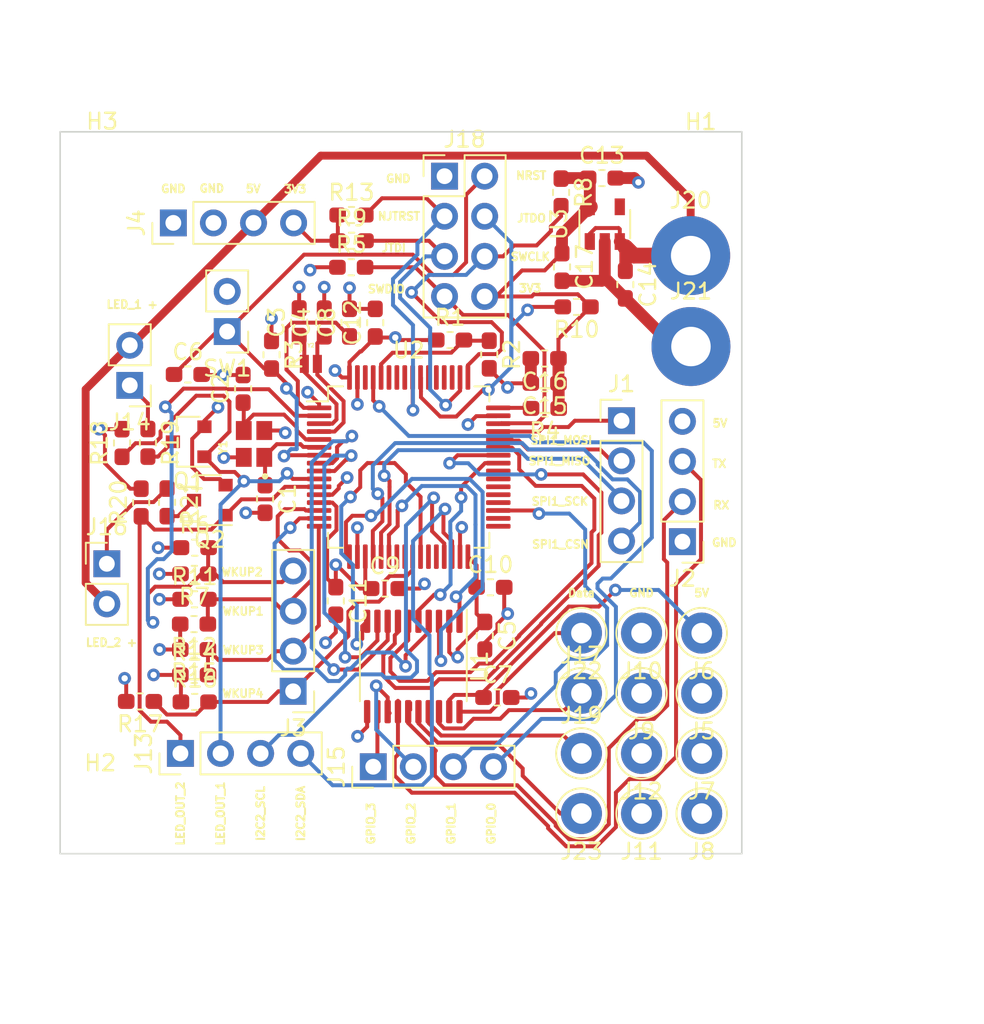
<source format=kicad_pcb>
(kicad_pcb (version 20171130) (host pcbnew "(5.1.6-0-10_14)")
  (layers (0 F.Cu signal) (1 PWR.Cu signal hide) (2 GND.Cu signal hide) (31 B.Cu signal) (34 B.Paste user) (35 F.Paste user) (36 B.SilkS user) (37 F.SilkS user) (38 B.Mask user) (39 F.Mask user) (44 Edge.Cuts user))
  (net 0 "")
  (net 1 GND1)
  (net 2 "Net-(C3-Pad1)")
  (net 3 "Net-(C4-Pad1)")
  (net 4 +3V3)
  (net 5 /NRST)
  (net 6 +5V)
  (net 7 /SPI1_MOSI)
  (net 8 /SPI1_MISO)
  (net 9 /SPI1_SCK)
  (net 10 /SPI1_CSN)
  (net 11 /USART1_TX_SHIFT)
  (net 12 /USART1_RX_SHIFT)
  (net 13 /WKUP1)
  (net 14 /WKUP2)
  (net 15 /WKUP3)
  (net 16 /WKUP4)
  (net 17 /LED_OUT_2)
  (net 18 /LED_OUT_1)
  (net 19 /I2C2_SCL)
  (net 20 /I2C2_SDA)
  (net 21 /GPIO_3_SHIFT)
  (net 22 /GPIO_2_SHIFT)
  (net 23 /GPIO_1)
  (net 24 /GPIO_0)
  (net 25 /TIM15_CH1_SHIFT)
  (net 26 /TIM2_CH2_SHIFT)
  (net 27 /TIM16_CH1_SHIFT)
  (net 28 /TIM1_CH1_SHIFT)
  (net 29 /SWCLK)
  (net 30 /JTDI)
  (net 31 /SWDIO)
  (net 32 /JTDO)
  (net 33 /NJTRST)
  (net 34 "Net-(Q1-Pad3)")
  (net 35 "Net-(Q2-Pad3)")
  (net 36 /BOOT0)
  (net 37 "Net-(R4-Pad2)")
  (net 38 "Net-(J14-Pad1)")
  (net 39 "Net-(J16-Pad1)")
  (net 40 /TIM16_CH1)
  (net 41 /TIM15_CH1)
  (net 42 /TIM2_CH2)
  (net 43 /TIM1_CH1)
  (net 44 /USART1_RX)
  (net 45 /USART1_TX)
  (net 46 /GPIO_2)
  (net 47 /GPIO_3)
  (net 48 /LEVEL_SHIFTER_EN)
  (net 49 "Net-(U2-Pad23)")
  (net 50 "Net-(U2-Pad24)")
  (net 51 "Net-(U2-Pad27)")
  (net 52 "Net-(U2-Pad28)")
  (net 53 "Net-(U2-Pad33)")
  (net 54 "Net-(U2-Pad34)")
  (net 55 "Net-(U2-Pad36)")
  (net 56 "Net-(U2-Pad37)")
  (net 57 "Net-(U2-Pad38)")
  (net 58 "Net-(U2-Pad39)")
  (net 59 "Net-(U2-Pad40)")
  (net 60 "Net-(U2-Pad51)")
  (net 61 "Net-(U2-Pad52)")
  (net 62 "Net-(U2-Pad53)")
  (net 63 "Net-(U2-Pad54)")
  (net 64 "Net-(U2-Pad57)")
  (net 65 "Net-(U2-Pad58)")
  (net 66 "Net-(U2-Pad59)")
  (net 67 "Net-(U2-Pad62)")
  (net 68 "Net-(U3-Pad4)")
  (net 69 /OSC48_HI)
  (net 70 /OSC48_LO)
  (module Capacitor_SMD:C_0603_1608Metric_Pad1.05x0.95mm_HandSolder (layer F.Cu) (at 95.53 100.725 270)
    (fp_text reference C1 (at 0 -1.43 90) (layer F.SilkS))
    (fp_text value 6p)
    (pad 2 smd roundrect (at 0.875 0 270) (size 1.05 0.95) (layers F.Cu F.Paste F.Mask) (net 1 GND1))
    (pad 1 smd roundrect (at -0.875 0 270) (size 1.05 0.95) (layers F.Cu F.Paste F.Mask) (net 70 /OSC48_LO))
  )
  (module Capacitor_SMD:C_0603_1608Metric_Pad1.05x0.95mm_HandSolder (layer F.Cu) (at 94.14 93.75 90)
    (fp_text reference C2 (at 0 -1.43 90) (layer F.SilkS))
    (fp_text value 6p)
    (pad 1 smd roundrect (at -0.875 0 90) (size 1.05 0.95) (layers F.Cu F.Paste F.Mask) (net 69 /OSC48_HI))
    (pad 2 smd roundrect (at 0.875 0 90) (size 1.05 0.95) (layers F.Cu F.Paste F.Mask) (net 1 GND1))
  )
  (module Capacitor_SMD:C_0603_1608Metric_Pad1.05x0.95mm_HandSolder (layer F.Cu) (at 97.69 89.535 90)
    (fp_text reference C3 (at 0 -1.43 90) (layer F.SilkS))
    (fp_text value 8p)
    (pad 1 smd roundrect (at -0.875 0 90) (size 1.05 0.95) (layers F.Cu F.Paste F.Mask) (net 2 "Net-(C3-Pad1)"))
    (pad 2 smd roundrect (at 0.875 0 90) (size 1.05 0.95) (layers F.Cu F.Paste F.Mask) (net 1 GND1))
  )
  (module Capacitor_SMD:C_0603_1608Metric_Pad1.05x0.95mm_HandSolder (layer F.Cu) (at 99.28 89.545 90)
    (fp_text reference C4 (at 0 -1.43 90) (layer F.SilkS))
    (fp_text value 8p)
    (pad 2 smd roundrect (at 0.875 0 90) (size 1.05 0.95) (layers F.Cu F.Paste F.Mask) (net 1 GND1))
    (pad 1 smd roundrect (at -0.875 0 90) (size 1.05 0.95) (layers F.Cu F.Paste F.Mask) (net 3 "Net-(C4-Pad1)"))
  )
  (module Capacitor_SMD:C_0603_1608Metric_Pad1.05x0.95mm_HandSolder (layer F.Cu) (at 109.45 109.39 270)
    (fp_text reference C5 (at 0 -1.43 90) (layer F.SilkS))
    (fp_text value 0.1u)
    (pad 1 smd roundrect (at -0.875 0 270) (size 1.05 0.95) (layers F.Cu F.Paste F.Mask) (net 4 +3V3))
    (pad 2 smd roundrect (at 0.875 0 270) (size 1.05 0.95) (layers F.Cu F.Paste F.Mask) (net 1 GND1))
  )
  (module Capacitor_SMD:C_0603_1608Metric_Pad1.05x0.95mm_HandSolder (layer F.Cu) (at 90.64 92.84)
    (fp_text reference C6 (at 0 -1.43) (layer F.SilkS))
    (fp_text value 0.1u)
    (pad 1 smd roundrect (at -0.875 0) (size 1.05 0.95) (layers F.Cu F.Paste F.Mask) (net 5 /NRST))
    (pad 2 smd roundrect (at 0.875 0) (size 1.05 0.95) (layers F.Cu F.Paste F.Mask) (net 1 GND1))
  )
  (module Capacitor_SMD:C_0603_1608Metric_Pad1.05x0.95mm_HandSolder (layer F.Cu) (at 110.245 113.3)
    (fp_text reference C7 (at 0 -1.43) (layer F.SilkS))
    (fp_text value 0.1u)
    (pad 2 smd roundrect (at 0.875 0) (size 1.05 0.95) (layers F.Cu F.Paste F.Mask) (net 1 GND1))
    (pad 1 smd roundrect (at -0.875 0) (size 1.05 0.95) (layers F.Cu F.Paste F.Mask) (net 6 +5V))
  )
  (module Capacitor_SMD:C_0603_1608Metric_Pad1.05x0.95mm_HandSolder (layer F.Cu) (at 100.88 89.555 90)
    (fp_text reference C8 (at 0 -1.43 90) (layer F.SilkS))
    (fp_text value 0.1u)
    (pad 1 smd roundrect (at -0.875 0 90) (size 1.05 0.95) (layers F.Cu F.Paste F.Mask) (net 4 +3V3))
    (pad 2 smd roundrect (at 0.875 0 90) (size 1.05 0.95) (layers F.Cu F.Paste F.Mask) (net 1 GND1))
  )
  (module Capacitor_SMD:C_0603_1608Metric_Pad1.05x0.95mm_HandSolder (layer F.Cu) (at 103.125 106.4)
    (fp_text reference C9 (at 0 -1.43) (layer F.SilkS))
    (fp_text value 0.1u)
    (pad 2 smd roundrect (at 0.875 0) (size 1.05 0.95) (layers F.Cu F.Paste F.Mask) (net 1 GND1))
    (pad 1 smd roundrect (at -0.875 0) (size 1.05 0.95) (layers F.Cu F.Paste F.Mask) (net 4 +3V3))
  )
  (module Capacitor_SMD:C_0603_1608Metric_Pad1.05x0.95mm_HandSolder (layer F.Cu) (at 109.805 106.32)
    (fp_text reference C10 (at 0 -1.43) (layer F.SilkS))
    (fp_text value 0.1u)
    (pad 1 smd roundrect (at -0.875 0) (size 1.05 0.95) (layers F.Cu F.Paste F.Mask) (net 4 +3V3))
    (pad 2 smd roundrect (at 0.875 0) (size 1.05 0.95) (layers F.Cu F.Paste F.Mask) (net 1 GND1))
  )
  (module Capacitor_SMD:C_0603_1608Metric_Pad1.05x0.95mm_HandSolder (layer F.Cu) (at 100.01 107.185 270)
    (fp_text reference C11 (at 0 -1.43 90) (layer F.SilkS))
    (fp_text value 0.1u)
    (pad 2 smd roundrect (at 0.875 0 270) (size 1.05 0.95) (layers F.Cu F.Paste F.Mask) (net 1 GND1))
    (pad 1 smd roundrect (at -0.875 0 270) (size 1.05 0.95) (layers F.Cu F.Paste F.Mask) (net 4 +3V3))
  )
  (module Capacitor_SMD:C_0603_1608Metric_Pad1.05x0.95mm_HandSolder (layer F.Cu) (at 102.51 89.56 90)
    (fp_text reference C12 (at 0 -1.43 90) (layer F.SilkS))
    (fp_text value 0.1u)
    (pad 1 smd roundrect (at -0.875 0 90) (size 1.05 0.95) (layers F.Cu F.Paste F.Mask) (net 4 +3V3))
    (pad 2 smd roundrect (at 0.875 0 90) (size 1.05 0.95) (layers F.Cu F.Paste F.Mask) (net 1 GND1))
  )
  (module Capacitor_SMD:C_0603_1608Metric_Pad1.05x0.95mm_HandSolder (layer F.Cu) (at 116.87 80.4)
    (fp_text reference C13 (at 0 -1.43) (layer F.SilkS))
    (fp_text value 4.7u)
    (pad 2 smd roundrect (at 0.875 0) (size 1.05 0.95) (layers F.Cu F.Paste F.Mask) (net 1 GND1))
    (pad 1 smd roundrect (at -0.875 0) (size 1.05 0.95) (layers F.Cu F.Paste F.Mask) (net 4 +3V3))
  )
  (module Capacitor_SMD:C_0603_1608Metric_Pad1.05x0.95mm_HandSolder (layer F.Cu) (at 118.35 87.145 270)
    (fp_text reference C14 (at 0 -1.43 90) (layer F.SilkS))
    (fp_text value 1u)
    (pad 2 smd roundrect (at 0.875 0 270) (size 1.05 0.95) (layers F.Cu F.Paste F.Mask) (net 1 GND1))
    (pad 1 smd roundrect (at -0.875 0 270) (size 1.05 0.95) (layers F.Cu F.Paste F.Mask) (net 6 +5V))
  )
  (module Capacitor_SMD:C_0603_1608Metric_Pad1.05x0.95mm_HandSolder (layer F.Cu) (at 113.24 93.4 180)
    (fp_text reference C15 (at 0 -1.43) (layer F.SilkS))
    (fp_text value 0.01u)
    (pad 1 smd roundrect (at -0.875 0 180) (size 1.05 0.95) (layers F.Cu F.Paste F.Mask) (net 4 +3V3))
    (pad 2 smd roundrect (at 0.875 0 180) (size 1.05 0.95) (layers F.Cu F.Paste F.Mask) (net 1 GND1))
  )
  (module Capacitor_SMD:C_0603_1608Metric_Pad1.05x0.95mm_HandSolder (layer F.Cu) (at 113.24 91.83 180)
    (fp_text reference C16 (at 0 -1.43) (layer F.SilkS))
    (fp_text value 1)
    (pad 2 smd roundrect (at 0.875 0 180) (size 1.05 0.95) (layers F.Cu F.Paste F.Mask) (net 1 GND1))
    (pad 1 smd roundrect (at -0.875 0 180) (size 1.05 0.95) (layers F.Cu F.Paste F.Mask) (net 4 +3V3))
  )
  (module Capacitor_SMD:C_0603_1608Metric_Pad1.05x0.95mm_HandSolder (layer F.Cu) (at 114.34 86.03 270)
    (fp_text reference C17 (at 0 -1.43 90) (layer F.SilkS))
    (fp_text value 1u)
    (pad 1 smd roundrect (at -0.875 0 270) (size 1.05 0.95) (layers F.Cu F.Paste F.Mask) (net 4 +3V3))
    (pad 2 smd roundrect (at 0.875 0 270) (size 1.05 0.95) (layers F.Cu F.Paste F.Mask) (net 1 GND1))
  )
  (module Connector_PinHeader_2.54mm:PinHeader_1x04_P2.54mm_Vertical (layer F.Cu) (at 118.11 95.77)
    (fp_text reference J1 (at 0 -2.33) (layer F.SilkS))
    (fp_text value Conn_01x04_Male)
    (pad 1 thru_hole rect (at 0 0) (size 1.7 1.7) (drill 1) (layers *.Cu *.Mask) (net 7 /SPI1_MOSI))
    (pad 2 thru_hole oval (at 0 2.54) (size 1.7 1.7) (drill 1) (layers *.Cu *.Mask) (net 8 /SPI1_MISO))
    (pad 3 thru_hole oval (at 0 5.08) (size 1.7 1.7) (drill 1) (layers *.Cu *.Mask) (net 9 /SPI1_SCK))
    (pad 4 thru_hole oval (at 0 7.62) (size 1.7 1.7) (drill 1) (layers *.Cu *.Mask) (net 10 /SPI1_CSN))
  )
  (module Connector_PinHeader_2.54mm:PinHeader_1x04_P2.54mm_Vertical (layer F.Cu) (at 121.97 103.43 180)
    (fp_text reference J2 (at 0 -2.33) (layer F.SilkS))
    (fp_text value Conn_01x04_Male)
    (pad 4 thru_hole oval (at 0 7.62 180) (size 1.7 1.7) (drill 1) (layers *.Cu *.Mask) (net 6 +5V))
    (pad 3 thru_hole oval (at 0 5.08 180) (size 1.7 1.7) (drill 1) (layers *.Cu *.Mask) (net 11 /USART1_TX_SHIFT))
    (pad 2 thru_hole oval (at 0 2.54 180) (size 1.7 1.7) (drill 1) (layers *.Cu *.Mask) (net 12 /USART1_RX_SHIFT))
    (pad 1 thru_hole rect (at 0 0 180) (size 1.7 1.7) (drill 1) (layers *.Cu *.Mask) (net 1 GND1))
  )
  (module Connector_PinHeader_2.54mm:PinHeader_1x04_P2.54mm_Vertical (layer F.Cu) (at 97.30928 112.907704 180)
    (fp_text reference J3 (at 0 -2.33) (layer F.SilkS))
    (fp_text value Conn_01x04_Male)
    (pad 4 thru_hole oval (at 0 7.62 180) (size 1.7 1.7) (drill 1) (layers *.Cu *.Mask) (net 14 /WKUP2))
    (pad 3 thru_hole oval (at 0 5.08 180) (size 1.7 1.7) (drill 1) (layers *.Cu *.Mask) (net 13 /WKUP1))
    (pad 2 thru_hole oval (at 0 2.54 180) (size 1.7 1.7) (drill 1) (layers *.Cu *.Mask) (net 16 /WKUP4))
    (pad 1 thru_hole rect (at 0 0 180) (size 1.7 1.7) (drill 1) (layers *.Cu *.Mask) (net 15 /WKUP3))
  )
  (module Connector_PinHeader_2.54mm:PinHeader_1x04_P2.54mm_Vertical (layer F.Cu) (at 89.72 83.24 90)
    (fp_text reference J4 (at 0 -2.33 90) (layer F.SilkS))
    (fp_text value Conn_01x04_Male)
    (pad 4 thru_hole oval (at 0 7.62 90) (size 1.7 1.7) (drill 1) (layers *.Cu *.Mask) (net 4 +3V3))
    (pad 3 thru_hole oval (at 0 5.08 90) (size 1.7 1.7) (drill 1) (layers *.Cu *.Mask) (net 6 +5V))
    (pad 2 thru_hole oval (at 0 2.54 90) (size 1.7 1.7) (drill 1) (layers *.Cu *.Mask) (net 1 GND1))
    (pad 1 thru_hole rect (at 0 0 90) (size 1.7 1.7) (drill 1) (layers *.Cu *.Mask) (net 1 GND1))
  )
  (module Connector_Pin:Pin_D1.3mm_L11.0mm (layer F.Cu) (at 123.19 113.03)
    (fp_text reference J5 (at 0 2.4) (layer F.SilkS))
    (fp_text value Conn_01x01_Male)
    (pad 1 thru_hole circle (at 0 0) (size 2.6 2.6) (drill 1.3) (layers *.Cu *.Mask) (net 6 +5V))
  )
  (module Connector_Pin:Pin_D1.3mm_L11.0mm (layer F.Cu) (at 123.19 109.22)
    (fp_text reference J6 (at 0 2.4) (layer F.SilkS))
    (fp_text value Conn_01x01_Male)
    (pad 1 thru_hole circle (at 0 0) (size 2.6 2.6) (drill 1.3) (layers *.Cu *.Mask) (net 6 +5V))
  )
  (module Connector_Pin:Pin_D1.3mm_L11.0mm (layer F.Cu) (at 123.19 116.84)
    (fp_text reference J7 (at 0 2.4) (layer F.SilkS))
    (fp_text value Conn_01x01_Male)
    (pad 1 thru_hole circle (at 0 0) (size 2.6 2.6) (drill 1.3) (layers *.Cu *.Mask) (net 6 +5V))
  )
  (module Connector_Pin:Pin_D1.3mm_L11.0mm (layer F.Cu) (at 123.19 120.65)
    (fp_text reference J8 (at 0 2.4) (layer F.SilkS))
    (fp_text value Conn_01x01_Male)
    (pad 1 thru_hole circle (at 0 0) (size 2.6 2.6) (drill 1.3) (layers *.Cu *.Mask) (net 6 +5V))
  )
  (module Connector_Pin:Pin_D1.3mm_L11.0mm (layer F.Cu) (at 119.38 113.03)
    (fp_text reference J9 (at 0 2.4) (layer F.SilkS))
    (fp_text value Conn_01x01_Male)
    (pad 1 thru_hole circle (at 0 0) (size 2.6 2.6) (drill 1.3) (layers *.Cu *.Mask) (net 1 GND1))
  )
  (module Connector_Pin:Pin_D1.3mm_L11.0mm (layer F.Cu) (at 119.38 109.22)
    (fp_text reference J10 (at 0 2.4) (layer F.SilkS))
    (fp_text value Conn_01x01_Male)
    (pad 1 thru_hole circle (at 0 0) (size 2.6 2.6) (drill 1.3) (layers *.Cu *.Mask) (net 1 GND1))
  )
  (module Connector_Pin:Pin_D1.3mm_L11.0mm (layer F.Cu) (at 119.38 120.65)
    (fp_text reference J11 (at 0 2.4) (layer F.SilkS))
    (fp_text value Conn_01x01_Male)
    (pad 1 thru_hole circle (at 0 0) (size 2.6 2.6) (drill 1.3) (layers *.Cu *.Mask) (net 1 GND1))
  )
  (module Connector_Pin:Pin_D1.3mm_L11.0mm (layer F.Cu) (at 119.38 116.84)
    (fp_text reference J12 (at 0 2.4) (layer F.SilkS))
    (fp_text value Conn_01x01_Male)
    (pad 1 thru_hole circle (at 0 0) (size 2.6 2.6) (drill 1.3) (layers *.Cu *.Mask) (net 1 GND1))
  )
  (module Connector_PinHeader_2.54mm:PinHeader_1x04_P2.54mm_Vertical (layer F.Cu) (at 90.17 116.84 90)
    (fp_text reference J13 (at 0 -2.33 90) (layer F.SilkS))
    (fp_text value Conn_01x04_Male)
    (pad 1 thru_hole rect (at 0 0 90) (size 1.7 1.7) (drill 1) (layers *.Cu *.Mask) (net 17 /LED_OUT_2))
    (pad 2 thru_hole oval (at 0 2.54 90) (size 1.7 1.7) (drill 1) (layers *.Cu *.Mask) (net 18 /LED_OUT_1))
    (pad 3 thru_hole oval (at 0 5.08 90) (size 1.7 1.7) (drill 1) (layers *.Cu *.Mask) (net 19 /I2C2_SCL))
    (pad 4 thru_hole oval (at 0 7.62 90) (size 1.7 1.7) (drill 1) (layers *.Cu *.Mask) (net 20 /I2C2_SDA))
  )
  (module Connector_PinHeader_2.54mm:PinHeader_1x04_P2.54mm_Vertical (layer F.Cu) (at 102.382351 117.684631 90)
    (fp_text reference J15 (at 0 -2.33 90) (layer F.SilkS))
    (fp_text value Conn_01x04_Male)
    (pad 1 thru_hole rect (at 0 0 90) (size 1.7 1.7) (drill 1) (layers *.Cu *.Mask) (net 21 /GPIO_3_SHIFT))
    (pad 2 thru_hole oval (at 0 2.54 90) (size 1.7 1.7) (drill 1) (layers *.Cu *.Mask) (net 22 /GPIO_2_SHIFT))
    (pad 3 thru_hole oval (at 0 5.08 90) (size 1.7 1.7) (drill 1) (layers *.Cu *.Mask) (net 23 /GPIO_1))
    (pad 4 thru_hole oval (at 0 7.62 90) (size 1.7 1.7) (drill 1) (layers *.Cu *.Mask) (net 24 /GPIO_0))
  )
  (module MountingHole:MountingHole_2.5mm_Pad (layer F.Cu) (at 122.49 85.31)
    (fp_text reference J20 (at 0 -3.5) (layer F.SilkS))
    (fp_text value Conn_01x01_Male)
    (pad 1 thru_hole circle (at 0 0) (size 5 5) (drill 2.5) (layers *.Cu *.Mask) (net 6 +5V))
  )
  (module MountingHole:MountingHole_2.5mm_Pad (layer F.Cu) (at 122.51 91.07)
    (fp_text reference J21 (at 0 -3.5) (layer F.SilkS))
    (fp_text value Conn_01x01_Male)
    (pad 1 thru_hole circle (at 0 0) (size 5 5) (drill 2.5) (layers *.Cu *.Mask) (net 1 GND1))
  )
  (module Package_TO_SOT_SMD:SOT-23 (layer F.Cu) (at 90.69 97.1 180)
    (fp_text reference Q1 (at 0 -2.5) (layer F.SilkS))
    (fp_text value BSS138)
    (pad 3 smd rect (at 1 0 180) (size 0.9 0.8) (layers F.Cu F.Paste F.Mask) (net 34 "Net-(Q1-Pad3)"))
    (pad 2 smd rect (at -1 0.95 180) (size 0.9 0.8) (layers F.Cu F.Paste F.Mask) (net 1 GND1))
    (pad 1 smd rect (at -1 -0.95 180) (size 0.9 0.8) (layers F.Cu F.Paste F.Mask) (net 18 /LED_OUT_1))
  )
  (module Package_TO_SOT_SMD:SOT-23 (layer F.Cu) (at 92.03 100.8 180)
    (fp_text reference Q2 (at 0 -2.5) (layer F.SilkS))
    (fp_text value BSS138)
    (pad 1 smd rect (at -1 -0.95 180) (size 0.9 0.8) (layers F.Cu F.Paste F.Mask) (net 17 /LED_OUT_2))
    (pad 2 smd rect (at -1 0.95 180) (size 0.9 0.8) (layers F.Cu F.Paste F.Mask) (net 1 GND1))
    (pad 3 smd rect (at 1 0 180) (size 0.9 0.8) (layers F.Cu F.Paste F.Mask) (net 35 "Net-(Q2-Pad3)"))
  )
  (module Resistor_SMD:R_0603_1608Metric_Pad1.05x0.95mm_HandSolder (layer F.Cu) (at 107.25 90.66)
    (fp_text reference R1 (at 0 -1.43) (layer F.SilkS))
    (fp_text value 10k)
    (pad 2 smd roundrect (at 0.875 0) (size 1.05 0.95) (layers F.Cu F.Paste F.Mask) (net 36 /BOOT0))
    (pad 1 smd roundrect (at -0.875 0) (size 1.05 0.95) (layers F.Cu F.Paste F.Mask) (net 4 +3V3))
  )
  (module Resistor_SMD:R_0603_1608Metric_Pad1.05x0.95mm_HandSolder (layer F.Cu) (at 109.73 91.575 270)
    (fp_text reference R2 (at 0 -1.43 90) (layer F.SilkS))
    (fp_text value DNI)
    (pad 1 smd roundrect (at -0.875 0 270) (size 1.05 0.95) (layers F.Cu F.Paste F.Mask) (net 36 /BOOT0))
    (pad 2 smd roundrect (at 0.875 0 270) (size 1.05 0.95) (layers F.Cu F.Paste F.Mask) (net 1 GND1))
  )
  (module Resistor_SMD:R_0603_1608Metric_Pad1.05x0.95mm_HandSolder (layer F.Cu) (at 95.94 91.59 270)
    (fp_text reference R3 (at 0 -1.43 90) (layer F.SilkS))
    (fp_text value 10k)
    (pad 1 smd roundrect (at -0.875 0 270) (size 1.05 0.95) (layers F.Cu F.Paste F.Mask) (net 4 +3V3))
    (pad 2 smd roundrect (at 0.875 0 270) (size 1.05 0.95) (layers F.Cu F.Paste F.Mask) (net 5 /NRST))
  )
  (module Resistor_SMD:R_0603_1608Metric_Pad1.05x0.95mm_HandSolder (layer F.Cu) (at 113.255 94.99 180)
    (fp_text reference R4 (at 0 -1.43) (layer F.SilkS))
    (fp_text value 0)
    (pad 2 smd roundrect (at 0.875 0 180) (size 1.05 0.95) (layers F.Cu F.Paste F.Mask) (net 37 "Net-(R4-Pad2)"))
    (pad 1 smd roundrect (at -0.875 0 180) (size 1.05 0.95) (layers F.Cu F.Paste F.Mask) (net 4 +3V3))
  )
  (module Resistor_SMD:R_0603_1608Metric_Pad1.05x0.95mm_HandSolder (layer F.Cu) (at 100.99 86.05)
    (fp_text reference R5 (at 0 -1.43) (layer F.SilkS))
    (fp_text value 10k)
    (pad 2 smd roundrect (at 0.875 0) (size 1.05 0.95) (layers F.Cu F.Paste F.Mask) (net 31 /SWDIO))
    (pad 1 smd roundrect (at -0.875 0) (size 1.05 0.95) (layers F.Cu F.Paste F.Mask) (net 4 +3V3))
  )
  (module Resistor_SMD:R_0603_1608Metric_Pad1.05x0.95mm_HandSolder (layer F.Cu) (at 91.08 103.81)
    (fp_text reference R6 (at 0 -1.43) (layer F.SilkS))
    (fp_text value 10k)
    (pad 2 smd roundrect (at 0.875 0) (size 1.05 0.95) (layers F.Cu F.Paste F.Mask) (net 14 /WKUP2))
    (pad 1 smd roundrect (at -0.875 0) (size 1.05 0.95) (layers F.Cu F.Paste F.Mask) (net 4 +3V3))
  )
  (module Resistor_SMD:R_0603_1608Metric_Pad1.05x0.95mm_HandSolder (layer F.Cu) (at 91.05 105.47 180)
    (fp_text reference R7 (at 0 -1.43) (layer F.SilkS))
    (fp_text value DNI)
    (pad 1 smd roundrect (at -0.875 0 180) (size 1.05 0.95) (layers F.Cu F.Paste F.Mask) (net 14 /WKUP2))
    (pad 2 smd roundrect (at 0.875 0 180) (size 1.05 0.95) (layers F.Cu F.Paste F.Mask) (net 1 GND1))
  )
  (module Resistor_SMD:R_0603_1608Metric_Pad1.05x0.95mm_HandSolder (layer F.Cu) (at 115.265 88.56 180)
    (fp_text reference R10 (at 0 -1.43) (layer F.SilkS))
    (fp_text value 10k)
    (pad 2 smd roundrect (at 0.875 0 180) (size 1.05 0.95) (layers F.Cu F.Paste F.Mask) (net 32 /JTDO))
    (pad 1 smd roundrect (at -0.875 0 180) (size 1.05 0.95) (layers F.Cu F.Paste F.Mask) (net 4 +3V3))
  )
  (module Resistor_SMD:R_0603_1608Metric_Pad1.05x0.95mm_HandSolder (layer F.Cu) (at 91.06 107.08)
    (fp_text reference R11 (at 0 -1.43) (layer F.SilkS))
    (fp_text value 10k)
    (pad 2 smd roundrect (at 0.875 0) (size 1.05 0.95) (layers F.Cu F.Paste F.Mask) (net 13 /WKUP1))
    (pad 1 smd roundrect (at -0.875 0) (size 1.05 0.95) (layers F.Cu F.Paste F.Mask) (net 4 +3V3))
  )
  (module Resistor_SMD:R_0603_1608Metric_Pad1.05x0.95mm_HandSolder (layer F.Cu) (at 91.03 108.65 180)
    (fp_text reference R12 (at 0 -1.43) (layer F.SilkS))
    (fp_text value DNI)
    (pad 1 smd roundrect (at -0.875 0 180) (size 1.05 0.95) (layers F.Cu F.Paste F.Mask) (net 13 /WKUP1))
    (pad 2 smd roundrect (at 0.875 0 180) (size 1.05 0.95) (layers F.Cu F.Paste F.Mask) (net 1 GND1))
  )
  (module Resistor_SMD:R_0603_1608Metric_Pad1.05x0.95mm_HandSolder (layer F.Cu) (at 101.005 82.74)
    (fp_text reference R13 (at 0 -1.43) (layer F.SilkS))
    (fp_text value 10k)
    (pad 1 smd roundrect (at -0.875 0) (size 1.05 0.95) (layers F.Cu F.Paste F.Mask) (net 4 +3V3))
    (pad 2 smd roundrect (at 0.875 0) (size 1.05 0.95) (layers F.Cu F.Paste F.Mask) (net 33 /NJTRST))
  )
  (module Resistor_SMD:R_0603_1608Metric_Pad1.05x0.95mm_HandSolder (layer F.Cu) (at 91.04 111.87)
    (fp_text reference R14 (at 0 -1.43) (layer F.SilkS))
    (fp_text value 10k)
    (pad 1 smd roundrect (at -0.875 0) (size 1.05 0.95) (layers F.Cu F.Paste F.Mask) (net 4 +3V3))
    (pad 2 smd roundrect (at 0.875 0) (size 1.05 0.95) (layers F.Cu F.Paste F.Mask) (net 16 /WKUP4))
  )
  (module Resistor_SMD:R_0603_1608Metric_Pad1.05x0.95mm_HandSolder (layer F.Cu) (at 91.035 110.26 180)
    (fp_text reference R15 (at 0 -1.43) (layer F.SilkS))
    (fp_text value DNI)
    (pad 2 smd roundrect (at 0.875 0 180) (size 1.05 0.95) (layers F.Cu F.Paste F.Mask) (net 1 GND1))
    (pad 1 smd roundrect (at -0.875 0 180) (size 1.05 0.95) (layers F.Cu F.Paste F.Mask) (net 16 /WKUP4))
  )
  (module Resistor_SMD:R_0603_1608Metric_Pad1.05x0.95mm_HandSolder (layer F.Cu) (at 91.075 113.58)
    (fp_text reference R16 (at 0 -1.43) (layer F.SilkS))
    (fp_text value 10k)
    (pad 2 smd roundrect (at 0.875 0) (size 1.05 0.95) (layers F.Cu F.Paste F.Mask) (net 15 /WKUP3))
    (pad 1 smd roundrect (at -0.875 0) (size 1.05 0.95) (layers F.Cu F.Paste F.Mask) (net 4 +3V3))
  )
  (module Resistor_SMD:R_0603_1608Metric_Pad1.05x0.95mm_HandSolder (layer F.Cu) (at 87.61 113.55 180)
    (fp_text reference R17 (at 0 -1.43) (layer F.SilkS))
    (fp_text value DNI)
    (pad 1 smd roundrect (at -0.875 0 180) (size 1.05 0.95) (layers F.Cu F.Paste F.Mask) (net 15 /WKUP3))
    (pad 2 smd roundrect (at 0.875 0 180) (size 1.05 0.95) (layers F.Cu F.Paste F.Mask) (net 1 GND1))
  )
  (module Resistor_SMD:R_0603_1608Metric_Pad1.05x0.95mm_HandSolder (layer F.Cu) (at 86.47 97.18 90)
    (fp_text reference R18 (at 0 -1.43 90) (layer F.SilkS))
    (fp_text value 100k)
    (pad 2 smd roundrect (at 0.875 0 90) (size 1.05 0.95) (layers F.Cu F.Paste F.Mask) (net 1 GND1))
    (pad 1 smd roundrect (at -0.875 0 90) (size 1.05 0.95) (layers F.Cu F.Paste F.Mask) (net 18 /LED_OUT_1))
  )
  (module Resistor_SMD:R_0603_1608Metric_Pad1.05x0.95mm_HandSolder (layer F.Cu) (at 88.11 97.17 270)
    (fp_text reference R19 (at 0 -1.43 90) (layer F.SilkS))
    (fp_text value 1k)
    (pad 1 smd roundrect (at -0.875 0 270) (size 1.05 0.95) (layers F.Cu F.Paste F.Mask) (net 38 "Net-(J14-Pad1)"))
    (pad 2 smd roundrect (at 0.875 0 270) (size 1.05 0.95) (layers F.Cu F.Paste F.Mask) (net 34 "Net-(Q1-Pad3)"))
  )
  (module Resistor_SMD:R_0603_1608Metric_Pad1.05x0.95mm_HandSolder (layer F.Cu) (at 87.68 100.95 90)
    (fp_text reference R20 (at 0 -1.43 90) (layer F.SilkS))
    (fp_text value 100k)
    (pad 2 smd roundrect (at 0.875 0 90) (size 1.05 0.95) (layers F.Cu F.Paste F.Mask) (net 1 GND1))
    (pad 1 smd roundrect (at -0.875 0 90) (size 1.05 0.95) (layers F.Cu F.Paste F.Mask) (net 17 /LED_OUT_2))
  )
  (module Resistor_SMD:R_0603_1608Metric_Pad1.05x0.95mm_HandSolder (layer F.Cu) (at 89.32 100.94 270)
    (fp_text reference R21 (at 0 -1.43 90) (layer F.SilkS))
    (fp_text value 1k)
    (pad 1 smd roundrect (at -0.875 0 270) (size 1.05 0.95) (layers F.Cu F.Paste F.Mask) (net 39 "Net-(J16-Pad1)"))
    (pad 2 smd roundrect (at 0.875 0 270) (size 1.05 0.95) (layers F.Cu F.Paste F.Mask) (net 35 "Net-(Q2-Pad3)"))
  )
  (module Connector_PinHeader_2.54mm:PinHeader_1x02_P2.54mm_Vertical (layer F.Cu) (at 93.13 90.12 180)
    (fp_text reference SW1 (at 0 -2.33) (layer F.SilkS))
    (fp_text value SW_DIP_x01)
    (pad 1 thru_hole rect (at 0 0 180) (size 1.7 1.7) (drill 1) (layers *.Cu *.Mask) (net 5 /NRST))
    (pad 2 thru_hole oval (at 0 2.54 180) (size 1.7 1.7) (drill 1) (layers *.Cu *.Mask) (net 1 GND1))
  )
  (module Package_SO:TSSOP-20_4.4x6.5mm_P0.65mm (layer F.Cu) (at 104.922352 111.334631 270)
    (fp_text reference U1 (at 0 -4.2 90) (layer F.SilkS))
    (fp_text value TXS0108EPW)
    (pad 1 smd roundrect (at -2.8625 -2.925 270) (size 1.475 0.4) (layers F.Cu F.Paste F.Mask) (net 40 /TIM16_CH1))
    (pad 2 smd roundrect (at -2.8625 -2.275 270) (size 1.475 0.4) (layers F.Cu F.Paste F.Mask) (net 4 +3V3))
    (pad 3 smd roundrect (at -2.8625 -1.625 270) (size 1.475 0.4) (layers F.Cu F.Paste F.Mask) (net 41 /TIM15_CH1))
    (pad 4 smd roundrect (at -2.8625 -0.975 270) (size 1.475 0.4) (layers F.Cu F.Paste F.Mask) (net 42 /TIM2_CH2))
    (pad 5 smd roundrect (at -2.8625 -0.325 270) (size 1.475 0.4) (layers F.Cu F.Paste F.Mask) (net 43 /TIM1_CH1))
    (pad 6 smd roundrect (at -2.8625 0.325 270) (size 1.475 0.4) (layers F.Cu F.Paste F.Mask) (net 44 /USART1_RX))
    (pad 7 smd roundrect (at -2.8625 0.975 270) (size 1.475 0.4) (layers F.Cu F.Paste F.Mask) (net 45 /USART1_TX))
    (pad 8 smd roundrect (at -2.8625 1.625 270) (size 1.475 0.4) (layers F.Cu F.Paste F.Mask) (net 46 /GPIO_2))
    (pad 9 smd roundrect (at -2.8625 2.275 270) (size 1.475 0.4) (layers F.Cu F.Paste F.Mask) (net 47 /GPIO_3))
    (pad 10 smd roundrect (at -2.8625 2.925 270) (size 1.475 0.4) (layers F.Cu F.Paste F.Mask) (net 48 /LEVEL_SHIFTER_EN))
    (pad 11 smd roundrect (at 2.8625 2.925 270) (size 1.475 0.4) (layers F.Cu F.Paste F.Mask) (net 1 GND1))
    (pad 12 smd roundrect (at 2.8625 2.275 270) (size 1.475 0.4) (layers F.Cu F.Paste F.Mask) (net 21 /GPIO_3_SHIFT))
    (pad 13 smd roundrect (at 2.8625 1.625 270) (size 1.475 0.4) (layers F.Cu F.Paste F.Mask) (net 22 /GPIO_2_SHIFT))
    (pad 14 smd roundrect (at 2.8625 0.975 270) (size 1.475 0.4) (layers F.Cu F.Paste F.Mask) (net 11 /USART1_TX_SHIFT))
    (pad 15 smd roundrect (at 2.8625 0.325 270) (size 1.475 0.4) (layers F.Cu F.Paste F.Mask) (net 12 /USART1_RX_SHIFT))
    (pad 16 smd roundrect (at 2.8625 -0.325 270) (size 1.475 0.4) (layers F.Cu F.Paste F.Mask) (net 28 /TIM1_CH1_SHIFT))
    (pad 17 smd roundrect (at 2.8625 -0.975 270) (size 1.475 0.4) (layers F.Cu F.Paste F.Mask) (net 26 /TIM2_CH2_SHIFT))
    (pad 18 smd roundrect (at 2.8625 -1.625 270) (size 1.475 0.4) (layers F.Cu F.Paste F.Mask) (net 25 /TIM15_CH1_SHIFT))
    (pad 19 smd roundrect (at 2.8625 -2.275 270) (size 1.475 0.4) (layers F.Cu F.Paste F.Mask) (net 6 +5V))
    (pad 20 smd roundrect (at 2.8625 -2.925 270) (size 1.475 0.4) (layers F.Cu F.Paste F.Mask) (net 27 /TIM16_CH1_SHIFT))
  )
  (module Package_QFP:LQFP-64_10x10mm_P0.5mm (layer F.Cu) (at 104.63 98.705)
    (fp_text reference U2 (at 0 -7.4) (layer F.SilkS))
    (fp_text value STM32L431RCTx)
    (pad 1 smd roundrect (at -5.675 -3.75) (size 1.55 0.3) (layers F.Cu F.Paste F.Mask) (net 4 +3V3))
    (pad 2 smd roundrect (at -5.675 -3.25) (size 1.55 0.3) (layers F.Cu F.Paste F.Mask) (net 14 /WKUP2))
    (pad 3 smd roundrect (at -5.675 -2.75) (size 1.55 0.3) (layers F.Cu F.Paste F.Mask) (net 2 "Net-(C3-Pad1)"))
    (pad 4 smd roundrect (at -5.675 -2.25) (size 1.55 0.3) (layers F.Cu F.Paste F.Mask) (net 3 "Net-(C4-Pad1)"))
    (pad 5 smd roundrect (at -5.675 -1.75) (size 1.55 0.3) (layers F.Cu F.Paste F.Mask) (net 69 /OSC48_HI))
    (pad 6 smd roundrect (at -5.675 -1.25) (size 1.55 0.3) (layers F.Cu F.Paste F.Mask) (net 70 /OSC48_LO))
    (pad 7 smd roundrect (at -5.675 -0.75) (size 1.55 0.3) (layers F.Cu F.Paste F.Mask) (net 5 /NRST))
    (pad 8 smd roundrect (at -5.675 -0.25) (size 1.55 0.3) (layers F.Cu F.Paste F.Mask) (net 46 /GPIO_2))
    (pad 9 smd roundrect (at -5.675 0.25) (size 1.55 0.3) (layers F.Cu F.Paste F.Mask) (net 47 /GPIO_3))
    (pad 10 smd roundrect (at -5.675 0.75) (size 1.55 0.3) (layers F.Cu F.Paste F.Mask) (net 18 /LED_OUT_1))
    (pad 11 smd roundrect (at -5.675 1.25) (size 1.55 0.3) (layers F.Cu F.Paste F.Mask) (net 17 /LED_OUT_2))
    (pad 12 smd roundrect (at -5.675 1.75) (size 1.55 0.3) (layers F.Cu F.Paste F.Mask) (net 1 GND1))
    (pad 13 smd roundrect (at -5.675 2.25) (size 1.55 0.3) (layers F.Cu F.Paste F.Mask) (net 4 +3V3))
    (pad 14 smd roundrect (at -5.675 2.75) (size 1.55 0.3) (layers F.Cu F.Paste F.Mask) (net 13 /WKUP1))
    (pad 15 smd roundrect (at -5.675 3.25) (size 1.55 0.3) (layers F.Cu F.Paste F.Mask) (net 42 /TIM2_CH2))
    (pad 16 smd roundrect (at -5.675 3.75) (size 1.55 0.3) (layers F.Cu F.Paste F.Mask) (net 16 /WKUP4))
    (pad 17 smd roundrect (at -3.75 5.675) (size 0.3 1.55) (layers F.Cu F.Paste F.Mask) (net 41 /TIM15_CH1))
    (pad 18 smd roundrect (at -3.25 5.675) (size 0.3 1.55) (layers F.Cu F.Paste F.Mask) (net 1 GND1))
    (pad 19 smd roundrect (at -2.75 5.675) (size 0.3 1.55) (layers F.Cu F.Paste F.Mask) (net 4 +3V3))
    (pad 20 smd roundrect (at -2.25 5.675) (size 0.3 1.55) (layers F.Cu F.Paste F.Mask) (net 10 /SPI1_CSN))
    (pad 21 smd roundrect (at -1.75 5.675) (size 0.3 1.55) (layers F.Cu F.Paste F.Mask) (net 9 /SPI1_SCK))
    (pad 22 smd roundrect (at -1.25 5.675) (size 0.3 1.55) (layers F.Cu F.Paste F.Mask) (net 40 /TIM16_CH1))
    (pad 23 smd roundrect (at -0.75 5.675) (size 0.3 1.55) (layers F.Cu F.Paste F.Mask) (net 49 "Net-(U2-Pad23)"))
    (pad 24 smd roundrect (at -0.25 5.675) (size 0.3 1.55) (layers F.Cu F.Paste F.Mask) (net 50 "Net-(U2-Pad24)"))
    (pad 25 smd roundrect (at 0.25 5.675) (size 0.3 1.55) (layers F.Cu F.Paste F.Mask) (net 15 /WKUP3))
    (pad 26 smd roundrect (at 0.75 5.675) (size 0.3 1.55) (layers F.Cu F.Paste F.Mask) (net 48 /LEVEL_SHIFTER_EN))
    (pad 27 smd roundrect (at 1.25 5.675) (size 0.3 1.55) (layers F.Cu F.Paste F.Mask) (net 51 "Net-(U2-Pad27)"))
    (pad 28 smd roundrect (at 1.75 5.675) (size 0.3 1.55) (layers F.Cu F.Paste F.Mask) (net 52 "Net-(U2-Pad28)"))
    (pad 29 smd roundrect (at 2.25 5.675) (size 0.3 1.55) (layers F.Cu F.Paste F.Mask) (net 19 /I2C2_SCL))
    (pad 30 smd roundrect (at 2.75 5.675) (size 0.3 1.55) (layers F.Cu F.Paste F.Mask) (net 20 /I2C2_SDA))
    (pad 31 smd roundrect (at 3.25 5.675) (size 0.3 1.55) (layers F.Cu F.Paste F.Mask) (net 1 GND1))
    (pad 32 smd roundrect (at 3.75 5.675) (size 0.3 1.55) (layers F.Cu F.Paste F.Mask) (net 4 +3V3))
    (pad 33 smd roundrect (at 5.675 3.75) (size 1.55 0.3) (layers F.Cu F.Paste F.Mask) (net 53 "Net-(U2-Pad33)"))
    (pad 34 smd roundrect (at 5.675 3.25) (size 1.55 0.3) (layers F.Cu F.Paste F.Mask) (net 54 "Net-(U2-Pad34)"))
    (pad 35 smd roundrect (at 5.675 2.75) (size 1.55 0.3) (layers F.Cu F.Paste F.Mask) (net 23 /GPIO_1))
    (pad 36 smd roundrect (at 5.675 2.25) (size 1.55 0.3) (layers F.Cu F.Paste F.Mask) (net 55 "Net-(U2-Pad36)"))
    (pad 37 smd roundrect (at 5.675 1.75) (size 1.55 0.3) (layers F.Cu F.Paste F.Mask) (net 56 "Net-(U2-Pad37)"))
    (pad 38 smd roundrect (at 5.675 1.25) (size 1.55 0.3) (layers F.Cu F.Paste F.Mask) (net 57 "Net-(U2-Pad38)"))
    (pad 39 smd roundrect (at 5.675 0.75) (size 1.55 0.3) (layers F.Cu F.Paste F.Mask) (net 58 "Net-(U2-Pad39)"))
    (pad 40 smd roundrect (at 5.675 0.25) (size 1.55 0.3) (layers F.Cu F.Paste F.Mask) (net 59 "Net-(U2-Pad40)"))
    (pad 41 smd roundrect (at 5.675 -0.25) (size 1.55 0.3) (layers F.Cu F.Paste F.Mask) (net 43 /TIM1_CH1))
    (pad 42 smd roundrect (at 5.675 -0.75) (size 1.55 0.3) (layers F.Cu F.Paste F.Mask) (net 45 /USART1_TX))
    (pad 43 smd roundrect (at 5.675 -1.25) (size 1.55 0.3) (layers F.Cu F.Paste F.Mask) (net 44 /USART1_RX))
    (pad 44 smd roundrect (at 5.675 -1.75) (size 1.55 0.3) (layers F.Cu F.Paste F.Mask) (net 8 /SPI1_MISO))
    (pad 45 smd roundrect (at 5.675 -2.25) (size 1.55 0.3) (layers F.Cu F.Paste F.Mask) (net 7 /SPI1_MOSI))
    (pad 46 smd roundrect (at 5.675 -2.75) (size 1.55 0.3) (layers F.Cu F.Paste F.Mask) (net 31 /SWDIO))
    (pad 47 smd roundrect (at 5.675 -3.25) (size 1.55 0.3) (layers F.Cu F.Paste F.Mask) (net 1 GND1))
    (pad 48 smd roundrect (at 5.675 -3.75) (size 1.55 0.3) (layers F.Cu F.Paste F.Mask) (net 37 "Net-(R4-Pad2)"))
    (pad 49 smd roundrect (at 3.75 -5.675) (size 0.3 1.55) (layers F.Cu F.Paste F.Mask) (net 29 /SWCLK))
    (pad 50 smd roundrect (at 3.25 -5.675) (size 0.3 1.55) (layers F.Cu F.Paste F.Mask) (net 30 /JTDI))
    (pad 51 smd roundrect (at 2.75 -5.675) (size 0.3 1.55) (layers F.Cu F.Paste F.Mask) (net 60 "Net-(U2-Pad51)"))
    (pad 52 smd roundrect (at 2.25 -5.675) (size 0.3 1.55) (layers F.Cu F.Paste F.Mask) (net 61 "Net-(U2-Pad52)"))
    (pad 53 smd roundrect (at 1.75 -5.675) (size 0.3 1.55) (layers F.Cu F.Paste F.Mask) (net 62 "Net-(U2-Pad53)"))
    (pad 54 smd roundrect (at 1.25 -5.675) (size 0.3 1.55) (layers F.Cu F.Paste F.Mask) (net 63 "Net-(U2-Pad54)"))
    (pad 55 smd roundrect (at 0.75 -5.675) (size 0.3 1.55) (layers F.Cu F.Paste F.Mask) (net 32 /JTDO))
    (pad 56 smd roundrect (at 0.25 -5.675) (size 0.3 1.55) (layers F.Cu F.Paste F.Mask) (net 33 /NJTRST))
    (pad 57 smd roundrect (at -0.25 -5.675) (size 0.3 1.55) (layers F.Cu F.Paste F.Mask) (net 64 "Net-(U2-Pad57)"))
    (pad 58 smd roundrect (at -0.75 -5.675) (size 0.3 1.55) (layers F.Cu F.Paste F.Mask) (net 65 "Net-(U2-Pad58)"))
    (pad 59 smd roundrect (at -1.25 -5.675) (size 0.3 1.55) (layers F.Cu F.Paste F.Mask) (net 66 "Net-(U2-Pad59)"))
    (pad 60 smd roundrect (at -1.75 -5.675) (size 0.3 1.55) (layers F.Cu F.Paste F.Mask) (net 36 /BOOT0))
    (pad 61 smd roundrect (at -2.25 -5.675) (size 0.3 1.55) (layers F.Cu F.Paste F.Mask) (net 24 /GPIO_0))
    (pad 62 smd roundrect (at -2.75 -5.675) (size 0.3 1.55) (layers F.Cu F.Paste F.Mask) (net 67 "Net-(U2-Pad62)"))
    (pad 63 smd roundrect (at -3.25 -5.675) (size 0.3 1.55) (layers F.Cu F.Paste F.Mask) (net 1 GND1))
    (pad 64 smd roundrect (at -3.75 -5.675) (size 0.3 1.55) (layers F.Cu F.Paste F.Mask) (net 4 +3V3))
  )
  (module Package_TO_SOT_SMD:SOT-23-5 (layer F.Cu) (at 117.05 83.32 90)
    (fp_text reference U3 (at 0 -2.9 90) (layer F.SilkS))
    (fp_text value LP5907MFX-3.3)
    (pad 1 smd rect (at -1.1 -0.95 90) (size 1.06 0.65) (layers F.Cu F.Paste F.Mask) (net 6 +5V))
    (pad 2 smd rect (at -1.1 0 90) (size 1.06 0.65) (layers F.Cu F.Paste F.Mask) (net 1 GND1))
    (pad 3 smd rect (at -1.1 0.95 90) (size 1.06 0.65) (layers F.Cu F.Paste F.Mask) (net 6 +5V))
    (pad 4 smd rect (at 1.1 0.95 90) (size 1.06 0.65) (layers F.Cu F.Paste F.Mask) (net 68 "Net-(U3-Pad4)"))
    (pad 5 smd rect (at 1.1 -0.95 90) (size 1.06 0.65) (layers F.Cu F.Paste F.Mask) (net 4 +3V3))
  )
  (module Connector_Pin:Pin_D1.3mm_L11.0mm (layer F.Cu) (at 115.57 113.03 180)
    (fp_text reference J17 (at 0 2.4) (layer F.SilkS))
    (fp_text value Conn_01x01_Male)
    (pad 1 thru_hole circle (at 0 0 180) (size 2.6 2.6) (drill 1.3) (layers *.Cu *.Mask) (net 25 /TIM15_CH1_SHIFT))
  )
  (module Connector_PinHeader_2.54mm:PinHeader_2x04_P2.54mm_Vertical (layer F.Cu) (at 106.9 80.28)
    (fp_text reference J18 (at 1.27 -2.33) (layer F.SilkS))
    (fp_text value Conn_01x08_Male)
    (pad 1 thru_hole rect (at 0 0) (size 1.7 1.7) (drill 1) (layers *.Cu *.Mask) (net 1 GND1))
    (pad 2 thru_hole oval (at 2.54 0) (size 1.7 1.7) (drill 1) (layers *.Cu *.Mask) (net 5 /NRST))
    (pad 3 thru_hole oval (at 0 2.54) (size 1.7 1.7) (drill 1) (layers *.Cu *.Mask) (net 33 /NJTRST))
    (pad 4 thru_hole oval (at 2.54 2.54) (size 1.7 1.7) (drill 1) (layers *.Cu *.Mask) (net 32 /JTDO))
    (pad 5 thru_hole oval (at 0 5.08) (size 1.7 1.7) (drill 1) (layers *.Cu *.Mask) (net 30 /JTDI))
    (pad 6 thru_hole oval (at 2.54 5.08) (size 1.7 1.7) (drill 1) (layers *.Cu *.Mask) (net 29 /SWCLK))
    (pad 7 thru_hole oval (at 0 7.62) (size 1.7 1.7) (drill 1) (layers *.Cu *.Mask) (net 31 /SWDIO))
    (pad 8 thru_hole oval (at 2.54 7.62) (size 1.7 1.7) (drill 1) (layers *.Cu *.Mask) (net 4 +3V3))
  )
  (module Connector_Pin:Pin_D1.3mm_L11.0mm (layer F.Cu) (at 115.57 116.84 180)
    (fp_text reference J19 (at 0 2.4) (layer F.SilkS))
    (fp_text value Conn_01x01_Male)
    (pad 1 thru_hole circle (at 0 0 180) (size 2.6 2.6) (drill 1.3) (layers *.Cu *.Mask) (net 26 /TIM2_CH2_SHIFT))
  )
  (module Connector_Pin:Pin_D1.3mm_L11.0mm (layer F.Cu) (at 115.57 109.22)
    (fp_text reference J22 (at 0 2.4) (layer F.SilkS))
    (fp_text value Conn_01x01_Male)
    (pad 1 thru_hole circle (at 0 0) (size 2.6 2.6) (drill 1.3) (layers *.Cu *.Mask) (net 27 /TIM16_CH1_SHIFT))
  )
  (module Connector_Pin:Pin_D1.3mm_L11.0mm (layer F.Cu) (at 115.57 120.65)
    (fp_text reference J23 (at 0 2.4) (layer F.SilkS))
    (fp_text value Conn_01x01_Male)
    (pad 1 thru_hole circle (at 0 0) (size 2.6 2.6) (drill 1.3) (layers *.Cu *.Mask) (net 28 /TIM1_CH1_SHIFT))
  )
  (module Resistor_SMD:R_0603_1608Metric_Pad1.05x0.95mm_HandSolder (layer F.Cu) (at 114.28 81.31 270)
    (fp_text reference R8 (at 0 -1.43 90) (layer F.SilkS))
    (fp_text value 10k)
    (pad 2 smd roundrect (at 0.875 0 270) (size 1.05 0.95) (layers F.Cu F.Paste F.Mask) (net 29 /SWCLK))
    (pad 1 smd roundrect (at -0.875 0 270) (size 1.05 0.95) (layers F.Cu F.Paste F.Mask) (net 4 +3V3))
  )
  (module Resistor_SMD:R_0603_1608Metric_Pad1.05x0.95mm_HandSolder (layer F.Cu) (at 101.015 84.37)
    (fp_text reference R9 (at 0 -1.43) (layer F.SilkS))
    (fp_text value 10k)
    (pad 1 smd roundrect (at -0.875 0) (size 1.05 0.95) (layers F.Cu F.Paste F.Mask) (net 4 +3V3))
    (pad 2 smd roundrect (at 0.875 0) (size 1.05 0.95) (layers F.Cu F.Paste F.Mask) (net 30 /JTDI))
  )
  (module ECS-:XTAL_ECS-.327-9-1210-TR (layer F.Cu) (at 98.43 92.17)
    (fp_text reference Y2 (at 0 -1.169102) (layer F.SilkS) (effects (font (size 0.240144 0.240144))))
    (fp_text value ECS-.327-9-1210-TR)
    (pad 1 smd rect (at -0.4125 0) (size 0.575 1.14) (layers F.Cu F.Paste F.Mask) (net 2 "Net-(C3-Pad1)"))
    (pad 2 smd rect (at 0.4125 0) (size 0.575 1.14) (layers F.Cu F.Paste F.Mask) (net 3 "Net-(C4-Pad1)"))
  )
  (module XTAL_ECS-480-8-36-RWN-TR (layer F.Cu) (at 94.83 97.24 90)
    (fp_text reference Y1 (at -0.226373 -1.958058 90) (layer F.SilkS) (effects (font (size 0.480799 0.480799))))
    (fp_text value ECS-480-8-36-RWN-TR)
    (pad 1 smd rect (at -0.85 0.65 180) (size 1 1.2) (layers F.Cu F.Paste F.Mask) (net 70 /OSC48_LO))
    (pad 2 smd rect (at 0.85 0.65 180) (size 1 1.2) (layers F.Cu F.Paste F.Mask) (net 1 GND1))
    (pad 3 smd rect (at 0.85 -0.65 180) (size 1 1.2) (layers F.Cu F.Paste F.Mask) (net 69 /OSC48_HI))
    (pad 4 smd rect (at -0.85 -0.65 180) (size 1 1.2) (layers F.Cu F.Paste F.Mask) (net 1 GND1))
  )
  (module Connector_PinHeader_2.54mm:PinHeader_1x02_P2.54mm_Vertical (layer F.Cu) (at 86.96 93.53 180)
    (fp_text reference J14 (at 0 -2.33) (layer F.SilkS))
    (fp_text value Conn_01x02_Male)
    (pad 2 thru_hole oval (at 0 2.54 180) (size 1.7 1.7) (drill 1) (layers *.Cu *.Mask) (net 6 +5V))
    (pad 1 thru_hole rect (at 0 0 180) (size 1.7 1.7) (drill 1) (layers *.Cu *.Mask) (net 38 "Net-(J14-Pad1)"))
  )
  (module Connector_PinHeader_2.54mm:PinHeader_1x02_P2.54mm_Vertical (layer F.Cu) (at 85.507846 104.830192)
    (fp_text reference J16 (at 0 -2.33) (layer F.SilkS))
    (fp_text value Conn_01x02_Male)
    (pad 1 thru_hole rect (at 0 0) (size 1.7 1.7) (drill 1) (layers *.Cu *.Mask) (net 39 "Net-(J16-Pad1)"))
    (pad 2 thru_hole oval (at 0 2.54) (size 1.7 1.7) (drill 1) (layers *.Cu *.Mask) (net 6 +5V))
  )
  (module MountingHole:MountingHole_2mm (layer F.Cu) (at 123.13 80.04)
    (fp_text reference H1 (at 0 -3.2) (layer F.SilkS))
    (fp_text value MountingHole)
    (pad "" np_thru_hole circle (at 0 0) (size 2 2) (drill 2) (layers *.Cu *.Mask))
  )
  (module MountingHole:MountingHole_2mm (layer F.Cu) (at 85.09 120.65)
    (fp_text reference H2 (at 0 -3.2) (layer F.SilkS))
    (fp_text value MountingHole)
    (pad "" np_thru_hole circle (at 0 0) (size 2 2) (drill 2) (layers *.Cu *.Mask))
  )
  (module MountingHole:MountingHole_2mm (layer F.Cu) (at 85.21 80.01)
    (fp_text reference H3 (at 0 -3.2) (layer F.SilkS))
    (fp_text value MountingHole)
    (pad "" np_thru_hole circle (at 0 0) (size 2 2) (drill 2) (layers *.Cu *.Mask))
  )
  (gr_line (start 125.73 77.47) (end 125.73 123.19) (layer Edge.Cuts) (width 0.1))
  (gr_line (start 82.55 77.47) (end 125.73 77.47) (layer Edge.Cuts) (width 0.1))
  (gr_line (start 82.55 123.19) (end 82.55 77.47) (layer Edge.Cuts) (width 0.1))
  (gr_line (start 125.73 123.19) (end 82.55 123.19) (layer Edge.Cuts) (width 0.1))
  (gr_text "LED_1 +" (at 87.11 88.41) (layer F.SilkS) (effects (font (size 0.5 0.5) (thickness 0.125))))
  (gr_text "LED_2 +" (at 85.8 109.82) (layer F.SilkS) (effects (font (size 0.5 0.5) (thickness 0.125))))
  (gr_text WKUP4 (at 94.129282 113.047706) (layer F.SilkS) (effects (font (size 0.5 0.5) (thickness 0.125))))
  (gr_text WKUP3 (at 94.149283 110.297704) (layer F.SilkS) (effects (font (size 0.5 0.5) (thickness 0.125))))
  (gr_text WKUP1 (at 94.14 107.84) (layer F.SilkS) (effects (font (size 0.5 0.5) (thickness 0.125))))
  (gr_text WKUP2 (at 94.079282 105.357707) (layer F.SilkS) (effects (font (size 0.5 0.5) (thickness 0.125))))
  (gr_text 3V3 (at 112.32 87.38) (layer F.SilkS) (effects (font (size 0.5 0.5) (thickness 0.125))))
  (gr_text 5V (at 94.78 81.08) (layer F.SilkS) (effects (font (size 0.5 0.5) (thickness 0.125))))
  (gr_text GND (at 92.16 81.06) (layer F.SilkS) (effects (font (size 0.5 0.5) (thickness 0.125))))
  (gr_text GND (at 89.72 81.08) (layer F.SilkS) (effects (font (size 0.5 0.5) (thickness 0.125))))
  (gr_text 3V3 (at 97.44 81.1) (layer F.SilkS) (effects (font (size 0.5 0.5) (thickness 0.125))))
  (gr_text SWCLK (at 112.33 85.38) (layer F.SilkS) (effects (font (size 0.5 0.5) (thickness 0.125))))
  (gr_text JTDO (at 112.41 82.94) (layer F.SilkS) (effects (font (size 0.5 0.5) (thickness 0.125))))
  (gr_text NRST (at 112.39 80.24) (layer F.SilkS) (effects (font (size 0.5 0.5) (thickness 0.125))))
  (gr_text SWDIO (at 103.21 87.43) (layer F.SilkS) (effects (font (size 0.5 0.5) (thickness 0.125))))
  (gr_text JTDI (at 103.69 84.82) (layer F.SilkS) (effects (font (size 0.5 0.5) (thickness 0.125))))
  (gr_text NJTRST (at 104.01 82.82) (layer F.SilkS) (effects (font (size 0.5 0.5) (thickness 0.125))))
  (gr_text GND (at 103.97 80.44) (layer F.SilkS) (effects (font (size 0.5 0.5) (thickness 0.125))))
  (gr_text SPI1_CSN (at 114.25 103.6) (layer F.SilkS) (effects (font (size 0.5 0.5) (thickness 0.125))))
  (gr_text SPI1_SCK (at 114.21 100.88) (layer F.SilkS) (effects (font (size 0.5 0.5) (thickness 0.125))))
  (gr_text SPI1_MISO (at 114.18 98.32) (layer F.SilkS) (effects (font (size 0.5 0.5) (thickness 0.125))))
  (gr_text SPI1_MOSI (at 114.3 97.01) (layer F.SilkS) (effects (font (size 0.5 0.5) (thickness 0.125))))
  (gr_text 5V (at 124.35 95.93) (layer F.SilkS) (effects (font (size 0.5 0.5) (thickness 0.125))))
  (gr_text GND (at 124.62 103.49) (layer F.SilkS) (effects (font (size 0.5 0.5) (thickness 0.125))))
  (gr_text RX (at 124.43 101.12) (layer F.SilkS) (effects (font (size 0.5 0.5) (thickness 0.125))))
  (gr_text TX (at 124.3 98.49) (layer F.SilkS) (effects (font (size 0.5 0.5) (thickness 0.125))))
  (gr_text 5V (at 123.19 106.68) (layer F.SilkS) (effects (font (size 0.5 0.5) (thickness 0.125))))
  (gr_text GND (at 119.38 106.68) (layer F.SilkS) (effects (font (size 0.5 0.5) (thickness 0.125))))
  (gr_text Data (at 115.57 106.68) (layer F.SilkS) (effects (font (size 0.5 0.5) (thickness 0.125))))
  (gr_text I2C2_SDA (at 97.79 120.65 90) (layer F.SilkS) (effects (font (size 0.5 0.5) (thickness 0.125))))
  (gr_text I2C2_SCL (at 95.25 120.65 90) (layer F.SilkS) (effects (font (size 0.5 0.5) (thickness 0.125))))
  (gr_text LED_OUT_1 (at 92.71 120.65 90) (layer F.SilkS) (effects (font (size 0.5 0.5) (thickness 0.125))))
  (gr_text LED_OUT_2 (at 90.17 120.65 90) (layer F.SilkS) (effects (font (size 0.5 0.5) (thickness 0.125))))
  (gr_text GPIO_0 (at 109.855 121.285 90) (layer F.SilkS) (effects (font (size 0.5 0.5) (thickness 0.125))))
  (gr_text GPIO_1 (at 107.315 121.285 90) (layer F.SilkS) (effects (font (size 0.5 0.5) (thickness 0.125))))
  (gr_text GPIO_2 (at 104.775 121.285 90) (layer F.SilkS) (effects (font (size 0.5 0.5) (thickness 0.125))))
  (gr_text GPIO_3 (at 102.235 121.285 90) (layer F.SilkS) (effects (font (size 0.5 0.5) (thickness 0.125))))
  (segment (start 122.13 90.78) (end 122.13 91.26) (width 0.75) (layer F.Cu) (net 1))
  (segment (start 110.18001 95.47999) (end 108.91001 95.47999) (width 0.25) (layer F.Cu) (net 1))
  (segment (start 110.205 95.455) (end 110.18001 95.47999) (width 0.25) (layer F.Cu) (net 1))
  (segment (start 110.305 95.455) (end 110.205 95.455) (width 0.25) (layer F.Cu) (net 1))
  (segment (start 108.91001 95.47999) (end 108.38 96.01) (width 0.25) (layer F.Cu) (net 1))
  (segment (start 108.38 96.01) (end 108.38 96.01) (width 0.25) (layer F.Cu) (net 1))
  (via (at 108.38 96.01) (size 0.8) (drill 0.4) (layers F.Cu B.Cu) (net 1))
  (segment (start 95.53 101.6) (end 94.31 101.6) (width 0.25) (layer F.Cu) (net 1))
  (segment (start 94.31 101.6) (end 94.22 101.6) (width 0.25) (layer F.Cu) (net 1))
  (segment (start 94.18 98.09) (end 93.04 98.09) (width 0.25) (layer F.Cu) (net 1))
  (segment (start 93.04 98.09) (end 92.93 98.09) (width 0.25) (layer F.Cu) (net 1))
  (segment (start 92.93 98.09) (end 92.915 98.105) (width 0.25) (layer F.Cu) (net 1))
  (via (at 92.915 98.105) (size 0.8) (drill 0.4) (layers F.Cu B.Cu) (net 1))
  (segment (start 95.48 96.39) (end 96.67 96.39) (width 0.25) (layer F.Cu) (net 1))
  (segment (start 96.67 96.39) (end 96.81 96.53) (width 0.25) (layer F.Cu) (net 1))
  (via (at 96.81 96.53) (size 0.8) (drill 0.4) (layers F.Cu B.Cu) (net 1))
  (segment (start 97.69 88.66) (end 97.69 87.3) (width 0.25) (layer F.Cu) (net 1))
  (segment (start 99.28 88.67) (end 99.28 87.31) (width 0.25) (layer F.Cu) (net 1))
  (via (at 97.69 87.3) (size 0.8) (drill 0.4) (layers F.Cu B.Cu) (net 1))
  (via (at 99.28 87.31) (size 0.8) (drill 0.4) (layers F.Cu B.Cu) (net 1))
  (segment (start 94.14 92.875) (end 92.865 92.875) (width 0.25) (layer F.Cu) (net 1))
  (via (at 92.865 92.875) (size 0.8) (drill 0.4) (layers F.Cu B.Cu) (net 1))
  (segment (start 99.015 100.455) (end 99.03 100.47) (width 0.25) (layer F.Cu) (net 1))
  (segment (start 98.955 100.455) (end 99.015 100.455) (width 0.25) (layer F.Cu) (net 1))
  (via (at 100.73 99.37) (size 0.8) (drill 0.4) (layers F.Cu B.Cu) (net 1))
  (segment (start 101.38 104.38) (end 101.38 102.54) (width 0.25) (layer F.Cu) (net 1))
  (segment (start 101.38 102.54) (end 101.38 102.54) (width 0.25) (layer F.Cu) (net 1))
  (via (at 101.38 102.54) (size 0.8) (drill 0.4) (layers F.Cu B.Cu) (net 1))
  (segment (start 86.735 113.55) (end 86.735 112.185) (width 0.25) (layer F.Cu) (net 1))
  (segment (start 86.735 112.185) (end 86.635 112.085) (width 0.25) (layer F.Cu) (net 1))
  (via (at 86.635 112.085) (size 0.8) (drill 0.4) (layers F.Cu B.Cu) (net 1))
  (segment (start 90.155 110.255) (end 90.16 110.26) (width 0.25) (layer F.Cu) (net 1))
  (segment (start 90.155 108.65) (end 90.155 110.255) (width 0.25) (layer F.Cu) (net 1))
  (segment (start 90.16 110.26) (end 88.85 110.26) (width 0.25) (layer F.Cu) (net 1))
  (segment (start 88.85 110.26) (end 88.85 110.26) (width 0.25) (layer F.Cu) (net 1))
  (via (at 88.85 110.26) (size 0.8) (drill 0.4) (layers F.Cu B.Cu) (net 1))
  (segment (start 90.175 105.47) (end 88.83 105.47) (width 0.25) (layer F.Cu) (net 1))
  (segment (start 88.83 105.47) (end 88.83 105.47) (width 0.25) (layer F.Cu) (net 1))
  (via (at 88.83 105.47) (size 0.8) (drill 0.4) (layers F.Cu B.Cu) (net 1))
  (via (at 94.31 101.6) (size 0.8) (drill 0.4) (layers F.Cu B.Cu) (net 1))
  (segment (start 92.915 97.839998) (end 92.915 98.105) (width 0.25) (layer F.Cu) (net 1))
  (segment (start 91.69 96.15) (end 91.69 95.77) (width 0.25) (layer F.Cu) (net 1))
  (segment (start 91.69 95.77) (end 92.55 94.91) (width 0.25) (layer F.Cu) (net 1))
  (via (at 92.55 94.91) (size 0.8) (drill 0.4) (layers F.Cu B.Cu) (net 1))
  (segment (start 90.914999 96.925001) (end 91.69 96.15) (width 0.25) (layer F.Cu) (net 1))
  (segment (start 90.914999 98.710001) (end 90.914999 96.925001) (width 0.25) (layer F.Cu) (net 1))
  (segment (start 91.670009 99.465011) (end 90.914999 98.710001) (width 0.25) (layer F.Cu) (net 1))
  (segment (start 92.675011 99.465011) (end 91.670009 99.465011) (width 0.25) (layer F.Cu) (net 1))
  (segment (start 93.03 99.82) (end 92.675011 99.465011) (width 0.25) (layer F.Cu) (net 1))
  (segment (start 93.03 99.85) (end 93.03 99.82) (width 0.25) (layer F.Cu) (net 1))
  (segment (start 86.47 96.305) (end 85.015 96.305) (width 0.25) (layer F.Cu) (net 1))
  (via (at 85.015 96.305) (size 0.8) (drill 0.4) (layers F.Cu B.Cu) (net 1))
  (segment (start 117.05 86.72) (end 118.35 88.02) (width 0.75) (layer F.Cu) (net 1))
  (segment (start 117.05 84.42) (end 117.05 86.72) (width 0.75) (layer F.Cu) (net 1))
  (segment (start 122.13 91.26) (end 121.59 91.26) (width 0.75) (layer F.Cu) (net 1))
  (segment (start 116.865 86.905) (end 117.05 86.72) (width 0.75) (layer F.Cu) (net 1))
  (segment (start 114.34 86.905) (end 116.865 86.905) (width 0.75) (layer F.Cu) (net 1))
  (segment (start 112.365 93.4) (end 112.365 91.83) (width 0.75) (layer F.Cu) (net 1))
  (segment (start 91.55 92.875) (end 91.515 92.84) (width 0.25) (layer F.Cu) (net 1))
  (segment (start 92.865 92.875) (end 91.55 92.875) (width 0.25) (layer F.Cu) (net 1))
  (segment (start 110.68 106.32) (end 110.68 107.77) (width 0.25) (layer F.Cu) (net 1))
  (segment (start 110.68 107.77) (end 110.9 107.99) (width 0.25) (layer F.Cu) (net 1))
  (segment (start 110.9 107.99) (end 110.9 107.99) (width 0.25) (layer F.Cu) (net 1))
  (via (at 110.9 107.99) (size 0.8) (drill 0.4) (layers F.Cu B.Cu) (net 1))
  (segment (start 100.01 108.06) (end 100.01 109.18) (width 0.25) (layer F.Cu) (net 1))
  (segment (start 100.01 109.18) (end 99.36 109.83) (width 0.25) (layer F.Cu) (net 1))
  (segment (start 99.36 109.83) (end 99.36 109.83) (width 0.25) (layer F.Cu) (net 1))
  (via (at 99.36 109.83) (size 0.8) (drill 0.4) (layers F.Cu B.Cu) (net 1))
  (segment (start 100.88 88.68) (end 100.88 87.35) (width 0.25) (layer F.Cu) (net 1))
  (segment (start 100.88 87.35) (end 100.88 87.35) (width 0.25) (layer F.Cu) (net 1))
  (via (at 100.88 87.35) (size 0.8) (drill 0.4) (layers F.Cu B.Cu) (net 1))
  (segment (start 100.885 88.685) (end 100.88 88.68) (width 0.25) (layer F.Cu) (net 1))
  (segment (start 102.51 88.685) (end 100.885 88.685) (width 0.25) (layer F.Cu) (net 1))
  (segment (start 101.38 93.03) (end 101.38 94.73) (width 0.25) (layer F.Cu) (net 1))
  (segment (start 101.38 94.73) (end 101.38 94.73) (width 0.25) (layer F.Cu) (net 1))
  (via (at 101.38 94.73) (size 0.8) (drill 0.4) (layers F.Cu B.Cu) (net 1))
  (segment (start 85.39001 96.68001) (end 85.015 96.305) (width 0.25) (layer F.Cu) (net 1))
  (segment (start 85.39001 98.47001) (end 85.39001 96.68001) (width 0.25) (layer F.Cu) (net 1))
  (segment (start 86.995 100.075) (end 85.39001 98.47001) (width 0.25) (layer F.Cu) (net 1))
  (segment (start 87.68 100.075) (end 86.995 100.075) (width 0.25) (layer F.Cu) (net 1))
  (segment (start 104 106.4) (end 105.33 106.4) (width 0.25) (layer F.Cu) (net 1))
  (segment (start 105.33 106.4) (end 105.63 106.1) (width 0.25) (layer F.Cu) (net 1))
  (segment (start 105.63 106.1) (end 105.63 106.1) (width 0.25) (layer F.Cu) (net 1))
  (via (at 105.63 106.1) (size 0.8) (drill 0.4) (layers F.Cu B.Cu) (net 1))
  (segment (start 112.365 93.4) (end 111.15 93.4) (width 0.25) (layer F.Cu) (net 1))
  (segment (start 111.15 93.4) (end 110.89 93.66) (width 0.25) (layer F.Cu) (net 1))
  (segment (start 110.89 93.66) (end 110.89 93.66) (width 0.25) (layer F.Cu) (net 1))
  (via (at 110.89 93.66) (size 0.8) (drill 0.4) (layers F.Cu B.Cu) (net 1))
  (segment (start 111.12 113.3) (end 112.12 113.3) (width 0.25) (layer F.Cu) (net 1))
  (segment (start 112.12 113.3) (end 112.375 113.045) (width 0.25) (layer F.Cu) (net 1))
  (via (at 112.375 113.045) (size 0.8) (drill 0.4) (layers F.Cu B.Cu) (net 1))
  (segment (start 110.25001 109.0355) (end 110.25001 108.63999) (width 0.25) (layer F.Cu) (net 1))
  (segment (start 110.25001 108.63999) (end 110.9 107.99) (width 0.25) (layer F.Cu) (net 1))
  (segment (start 109.45 109.83551) (end 110.25001 109.0355) (width 0.25) (layer F.Cu) (net 1))
  (segment (start 109.45 110.265) (end 109.45 109.83551) (width 0.25) (layer F.Cu) (net 1))
  (segment (start 101.997352 114.197131) (end 101.997352 115.152648) (width 0.25) (layer F.Cu) (net 1))
  (segment (start 101.997352 115.152648) (end 101.43 115.72) (width 0.25) (layer F.Cu) (net 1))
  (segment (start 101.43 115.72) (end 101.39 115.76) (width 0.25) (layer F.Cu) (net 1))
  (segment (start 101.39 115.76) (end 101.39 115.76) (width 0.25) (layer F.Cu) (net 1))
  (via (at 101.39 115.76) (size 0.8) (drill 0.4) (layers F.Cu B.Cu) (net 1))
  (segment (start 107.88 104.38) (end 107.88 102.63) (width 0.25) (layer F.Cu) (net 1))
  (segment (start 107.88 102.63) (end 107.99 102.52) (width 0.25) (layer F.Cu) (net 1))
  (segment (start 107.99 102.52) (end 107.99 102.52) (width 0.25) (layer F.Cu) (net 1))
  (via (at 107.99 102.52) (size 0.8) (drill 0.4) (layers F.Cu B.Cu) (net 1))
  (segment (start 99.795702 100.455) (end 100.2 100.050702) (width 0.25) (layer F.Cu) (net 1))
  (segment (start 98.955 100.455) (end 99.795702 100.455) (width 0.25) (layer F.Cu) (net 1))
  (segment (start 100.2 99.9) (end 100.73 99.37) (width 0.25) (layer F.Cu) (net 1))
  (segment (start 100.2 100.050702) (end 100.2 99.9) (width 0.25) (layer F.Cu) (net 1))
  (segment (start 109.73 92.5) (end 110.89 93.66) (width 0.25) (layer F.Cu) (net 1))
  (segment (start 109.73 92.45) (end 109.73 92.5) (width 0.25) (layer F.Cu) (net 1))
  (segment (start 121.4 91.07) (end 118.35 88.02) (width 0.75) (layer F.Cu) (net 1))
  (segment (start 122.51 91.07) (end 121.4 91.07) (width 0.75) (layer F.Cu) (net 1))
  (segment (start 117.745 80.4) (end 118.91 80.4) (width 0.75) (layer F.Cu) (net 1))
  (segment (start 118.91 80.4) (end 119.18 80.67) (width 0.75) (layer F.Cu) (net 1))
  (segment (start 119.18 80.67) (end 119.18 80.67) (width 0.75) (layer F.Cu) (net 1))
  (via (at 119.18 80.67) (size 0.8) (drill 0.4) (layers F.Cu B.Cu) (net 1))
  (segment (start 98.0175 92.676798) (end 98.0175 92.17) (width 0.25) (layer F.Cu) (net 2))
  (segment (start 100.05501 94.714308) (end 98.0175 92.676798) (width 0.25) (layer F.Cu) (net 2))
  (segment (start 100.05501 95.695692) (end 100.05501 94.714308) (width 0.25) (layer F.Cu) (net 2))
  (segment (start 99.795702 95.955) (end 100.05501 95.695692) (width 0.25) (layer F.Cu) (net 2))
  (segment (start 98.955 95.955) (end 99.795702 95.955) (width 0.25) (layer F.Cu) (net 2))
  (segment (start 98.0175 90.7375) (end 97.69 90.41) (width 0.25) (layer F.Cu) (net 2))
  (segment (start 98.0175 92.17) (end 98.0175 90.7375) (width 0.25) (layer F.Cu) (net 2))
  (segment (start 98.955 96.445) (end 98.94001 96.43001) (width 0.25) (layer F.Cu) (net 3))
  (segment (start 98.955 96.455) (end 98.955 96.445) (width 0.25) (layer F.Cu) (net 3))
  (segment (start 100.505021 95.88209) (end 100.505019 94.527907) (width 0.25) (layer F.Cu) (net 3))
  (segment (start 99.932112 96.455) (end 100.505021 95.88209) (width 0.25) (layer F.Cu) (net 3))
  (segment (start 98.955 96.455) (end 99.932112 96.455) (width 0.25) (layer F.Cu) (net 3))
  (segment (start 98.8425 92.865388) (end 98.8425 92.17) (width 0.25) (layer F.Cu) (net 3))
  (segment (start 100.505019 94.527907) (end 98.8425 92.865388) (width 0.25) (layer F.Cu) (net 3))
  (segment (start 98.8425 90.8575) (end 99.28 90.42) (width 0.25) (layer F.Cu) (net 3))
  (segment (start 98.8425 92.17) (end 98.8425 90.8575) (width 0.25) (layer F.Cu) (net 3))
  (segment (start 115.95 82.37) (end 116.1 82.22) (width 1) (layer F.Cu) (net 4))
  (segment (start 98.955 94.955) (end 98.955 94.695) (width 0.25) (layer F.Cu) (net 4))
  (segment (start 98.955 94.695) (end 98.225 93.965) (width 0.25) (layer F.Cu) (net 4))
  (segment (start 98.225 93.965) (end 98.2 93.94) (width 0.25) (layer F.Cu) (net 4))
  (via (at 98.225 93.965) (size 0.8) (drill 0.4) (layers F.Cu B.Cu) (net 4))
  (segment (start 100.88 93.03) (end 100.88 93) (width 0.25) (layer F.Cu) (net 4))
  (via (at 103.78 90.5) (size 0.8) (drill 0.4) (layers F.Cu B.Cu) (net 4))
  (segment (start 90.2 111.905) (end 90.165 111.87) (width 0.25) (layer F.Cu) (net 4))
  (segment (start 90.2 113.58) (end 90.2 111.905) (width 0.25) (layer F.Cu) (net 4))
  (segment (start 90.165 111.87) (end 88.47 111.87) (width 0.25) (layer F.Cu) (net 4))
  (segment (start 88.47 111.87) (end 88.47 111.87) (width 0.25) (layer F.Cu) (net 4))
  (via (at 88.47 111.87) (size 0.8) (drill 0.4) (layers F.Cu B.Cu) (net 4))
  (segment (start 90.185 107.08) (end 88.84 107.08) (width 0.25) (layer F.Cu) (net 4))
  (segment (start 88.84 107.08) (end 88.84 107.08) (width 0.25) (layer F.Cu) (net 4))
  (via (at 88.84 107.08) (size 0.8) (drill 0.4) (layers F.Cu B.Cu) (net 4))
  (segment (start 90.205 103.81) (end 88.76 103.81) (width 0.25) (layer F.Cu) (net 4))
  (segment (start 88.76 103.81) (end 88.76 103.81) (width 0.25) (layer F.Cu) (net 4))
  (via (at 88.76 103.81) (size 0.8) (drill 0.4) (layers F.Cu B.Cu) (net 4))
  (segment (start 114.115 91.83) (end 114.115 93.4) (width 0.75) (layer F.Cu) (net 4))
  (segment (start 114.13 93.415) (end 114.115 93.4) (width 0.75) (layer F.Cu) (net 4))
  (segment (start 114.13 94.99) (end 114.13 93.415) (width 0.75) (layer F.Cu) (net 4))
  (segment (start 95.94 90.715) (end 95.94 89.3) (width 0.25) (layer F.Cu) (net 4))
  (via (at 95.94 89.3) (size 0.8) (drill 0.4) (layers F.Cu B.Cu) (net 4))
  (segment (start 108.93 104.93) (end 108.38 104.38) (width 0.25) (layer F.Cu) (net 4))
  (segment (start 108.93 106.32) (end 108.93 104.93) (width 0.25) (layer F.Cu) (net 4))
  (segment (start 108.93 107.995) (end 109.45 108.515) (width 0.25) (layer F.Cu) (net 4))
  (segment (start 108.93 106.32) (end 108.93 107.995) (width 0.25) (layer F.Cu) (net 4))
  (segment (start 100.05501 101.214308) (end 99.795702 100.955) (width 0.25) (layer F.Cu) (net 4))
  (segment (start 99.795702 100.955) (end 98.955 100.955) (width 0.25) (layer F.Cu) (net 4))
  (segment (start 100.01 106.31) (end 100.05501 106.26499) (width 0.25) (layer F.Cu) (net 4))
  (segment (start 100.01 106.31) (end 100.01 104.89) (width 0.25) (layer F.Cu) (net 4))
  (segment (start 100.01 104.89) (end 100.01 104.89) (width 0.25) (layer F.Cu) (net 4))
  (via (at 100.01 104.89) (size 0.8) (drill 0.4) (layers F.Cu B.Cu) (net 4))
  (segment (start 100.05501 102.695692) (end 99.46 103.290702) (width 0.25) (layer F.Cu) (net 4))
  (segment (start 100.05501 101.214308) (end 100.05501 102.695692) (width 0.25) (layer F.Cu) (net 4))
  (segment (start 99.46 105.76) (end 100.01 106.31) (width 0.25) (layer F.Cu) (net 4))
  (segment (start 99.46 103.290702) (end 99.46 105.76) (width 0.25) (layer F.Cu) (net 4))
  (segment (start 101.88 106.03) (end 101.88 104.38) (width 0.25) (layer F.Cu) (net 4))
  (segment (start 102.25 106.4) (end 101.88 106.03) (width 0.25) (layer F.Cu) (net 4))
  (segment (start 100.049298 104.89) (end 100.01 104.89) (width 0.25) (layer F.Cu) (net 4))
  (segment (start 101.559298 106.4) (end 100.049298 104.89) (width 0.25) (layer F.Cu) (net 4))
  (segment (start 102.25 106.4) (end 101.559298 106.4) (width 0.25) (layer F.Cu) (net 4))
  (segment (start 98.955 94.955) (end 97.985 94.955) (width 0.25) (layer F.Cu) (net 4))
  (segment (start 97.605001 94.575001) (end 97.605001 93.255001) (width 0.25) (layer F.Cu) (net 4))
  (segment (start 97.985 94.955) (end 97.605001 94.575001) (width 0.25) (layer F.Cu) (net 4))
  (segment (start 97.2195 89.55999) (end 100.00999 89.55999) (width 0.25) (layer F.Cu) (net 4))
  (segment (start 96.88999 89.8895) (end 97.2195 89.55999) (width 0.25) (layer F.Cu) (net 4))
  (segment (start 100.00999 89.55999) (end 100.88 90.43) (width 0.25) (layer F.Cu) (net 4))
  (segment (start 96.88999 92.53999) (end 96.88999 89.8895) (width 0.25) (layer F.Cu) (net 4))
  (segment (start 97.605001 93.255001) (end 96.88999 92.53999) (width 0.25) (layer F.Cu) (net 4))
  (segment (start 102.51 90.435) (end 102.51 90.56) (width 0.25) (layer F.Cu) (net 4))
  (segment (start 102.51 90.435) (end 102.51 90.49) (width 0.25) (layer F.Cu) (net 4))
  (segment (start 102.51 90.49) (end 101.62 91.38) (width 0.25) (layer F.Cu) (net 4))
  (segment (start 100.88 92.052888) (end 100.88 93.03) (width 0.25) (layer F.Cu) (net 4))
  (segment (start 101.552888 91.38) (end 100.88 92.052888) (width 0.25) (layer F.Cu) (net 4))
  (segment (start 101.62 91.38) (end 101.552888 91.38) (width 0.25) (layer F.Cu) (net 4))
  (segment (start 102.575 90.5) (end 102.51 90.435) (width 0.25) (layer F.Cu) (net 4))
  (segment (start 103.78 90.5) (end 102.575 90.5) (width 0.25) (layer F.Cu) (net 4))
  (segment (start 100.88 93.03) (end 100.4 93.03) (width 0.25) (layer F.Cu) (net 4))
  (segment (start 100.4 93.03) (end 99.96 92.59) (width 0.25) (layer F.Cu) (net 4))
  (segment (start 99.96 92.59) (end 99.96 92.59) (width 0.25) (layer F.Cu) (net 4))
  (via (at 99.96 92.59) (size 0.8) (drill 0.4) (layers F.Cu B.Cu) (net 4))
  (segment (start 103.94 90.66) (end 103.78 90.5) (width 0.25) (layer F.Cu) (net 4))
  (segment (start 106.375 90.66) (end 103.94 90.66) (width 0.25) (layer F.Cu) (net 4))
  (segment (start 107.197352 110.42435) (end 107.395001 110.621999) (width 0.25) (layer F.Cu) (net 4))
  (segment (start 107.197352 108.472131) (end 107.197352 110.42435) (width 0.25) (layer F.Cu) (net 4))
  (segment (start 107.395001 110.621999) (end 107.611999 110.621999) (width 0.25) (layer F.Cu) (net 4))
  (segment (start 107.611999 110.621999) (end 107.73 110.74) (width 0.25) (layer F.Cu) (net 4))
  (segment (start 107.73 110.74) (end 107.73 110.74) (width 0.25) (layer F.Cu) (net 4))
  (via (at 107.73 110.74) (size 0.8) (drill 0.4) (layers F.Cu B.Cu) (net 4))
  (segment (start 107.73 110.235) (end 107.73 110.74) (width 0.25) (layer F.Cu) (net 4))
  (segment (start 109.45 108.515) (end 107.73 110.235) (width 0.25) (layer F.Cu) (net 4))
  (segment (start 116.1 80.505) (end 115.995 80.4) (width 0.75) (layer F.Cu) (net 4))
  (segment (start 116.1 82.22) (end 116.1 80.505) (width 0.75) (layer F.Cu) (net 4))
  (segment (start 114.34 83.98) (end 114.34 85.155) (width 0.75) (layer F.Cu) (net 4))
  (segment (start 116.1 82.22) (end 114.34 83.98) (width 0.75) (layer F.Cu) (net 4))
  (segment (start 114.315 80.4) (end 114.28 80.435) (width 0.75) (layer F.Cu) (net 4))
  (segment (start 115.995 80.4) (end 114.315 80.4) (width 0.75) (layer F.Cu) (net 4))
  (segment (start 109.44 87.9) (end 110.16 87.9) (width 0.25) (layer F.Cu) (net 4))
  (segment (start 110.16 87.9) (end 111.81 86.25) (width 0.25) (layer F.Cu) (net 4))
  (segment (start 113.245 86.25) (end 114.34 85.155) (width 0.25) (layer F.Cu) (net 4))
  (segment (start 111.81 86.25) (end 113.245 86.25) (width 0.25) (layer F.Cu) (net 4))
  (segment (start 116.14 88.56) (end 116.3 88.56) (width 0.25) (layer F.Cu) (net 4))
  (segment (start 115.33999 87.75999) (end 112.55999 87.75999) (width 0.25) (layer F.Cu) (net 4))
  (segment (start 116.14 88.56) (end 115.33999 87.75999) (width 0.25) (layer F.Cu) (net 4))
  (segment (start 112.41998 87.9) (end 112.55999 87.75999) (width 0.25) (layer F.Cu) (net 4))
  (segment (start 109.44 87.9) (end 112.41998 87.9) (width 0.25) (layer F.Cu) (net 4))
  (segment (start 100.115 86.05) (end 98.56 86.05) (width 0.25) (layer F.Cu) (net 4))
  (segment (start 98.56 86.05) (end 98.38 86.23) (width 0.25) (layer F.Cu) (net 4))
  (segment (start 98.38 86.23) (end 98.38 86.23) (width 0.25) (layer F.Cu) (net 4))
  (via (at 98.38 86.23) (size 0.8) (drill 0.4) (layers F.Cu B.Cu) (net 4))
  (segment (start 100.14 82.75) (end 100.13 82.74) (width 0.25) (layer F.Cu) (net 4))
  (segment (start 100.14 84.37) (end 100.14 82.75) (width 0.25) (layer F.Cu) (net 4))
  (segment (start 98.47 84.37) (end 97.34 83.24) (width 0.25) (layer F.Cu) (net 4))
  (segment (start 100.14 84.37) (end 98.47 84.37) (width 0.25) (layer F.Cu) (net 4))
  (segment (start 114.115 90.585) (end 116.14 88.56) (width 0.25) (layer F.Cu) (net 4))
  (segment (start 114.115 91.83) (end 114.115 90.585) (width 0.25) (layer F.Cu) (net 4))
  (segment (start 96.89 98.21) (end 96.89 98.21) (width 0.25) (layer F.Cu) (net 5))
  (via (at 96.73 98.01) (size 0.8) (drill 0.4) (layers F.Cu B.Cu) (net 5))
  (segment (start 96.88 93.72) (end 96.88 93.72) (width 0.25) (layer B.Cu) (net 5))
  (via (at 96.88 93.72) (size 0.8) (drill 0.4) (layers F.Cu B.Cu) (net 5))
  (segment (start 96.88 93.405) (end 95.94 92.465) (width 0.25) (layer F.Cu) (net 5))
  (segment (start 96.88 93.72) (end 96.88 93.405) (width 0.25) (layer F.Cu) (net 5))
  (segment (start 95.475 92.465) (end 93.13 90.12) (width 0.25) (layer F.Cu) (net 5))
  (segment (start 95.94 92.465) (end 95.475 92.465) (width 0.25) (layer F.Cu) (net 5))
  (segment (start 92.485 90.12) (end 93.13 90.12) (width 0.25) (layer F.Cu) (net 5))
  (segment (start 89.765 92.84) (end 92.485 90.12) (width 0.25) (layer F.Cu) (net 5))
  (segment (start 107.464001 86.535001) (end 106.171411 86.535001) (width 0.25) (layer F.Cu) (net 5))
  (segment (start 104.8864 85.24999) (end 98.00001 85.24999) (width 0.25) (layer F.Cu) (net 5))
  (segment (start 106.171411 86.535001) (end 104.8864 85.24999) (width 0.25) (layer F.Cu) (net 5))
  (segment (start 108.264999 85.734003) (end 107.464001 86.535001) (width 0.25) (layer F.Cu) (net 5))
  (segment (start 108.264999 81.455001) (end 108.264999 85.734003) (width 0.25) (layer F.Cu) (net 5))
  (segment (start 98.00001 85.24999) (end 93.13 90.12) (width 0.25) (layer F.Cu) (net 5))
  (segment (start 109.44 80.28) (end 108.264999 81.455001) (width 0.25) (layer F.Cu) (net 5))
  (segment (start 96.785 97.955) (end 98.955 97.955) (width 0.25) (layer F.Cu) (net 5))
  (segment (start 96.73 98.01) (end 96.785 97.955) (width 0.25) (layer F.Cu) (net 5))
  (segment (start 97.535001 94.375001) (end 97.535001 97.564999) (width 0.25) (layer B.Cu) (net 5))
  (segment (start 97.175001 97.564999) (end 96.73 98.01) (width 0.25) (layer B.Cu) (net 5))
  (segment (start 97.535001 97.564999) (end 97.175001 97.564999) (width 0.25) (layer B.Cu) (net 5))
  (segment (start 96.88 93.72) (end 97.535001 94.375001) (width 0.25) (layer B.Cu) (net 5))
  (segment (start 118.35 84.77) (end 118 84.42) (width 0.75) (layer F.Cu) (net 6))
  (segment (start 118.35 86.27) (end 118.35 84.77) (width 0.75) (layer F.Cu) (net 6))
  (segment (start 109.204621 113.134621) (end 109.37 113.3) (width 0.25) (layer F.Cu) (net 6))
  (segment (start 107.522362 113.134621) (end 109.204621 113.134621) (width 0.25) (layer F.Cu) (net 6))
  (segment (start 107.197352 113.459631) (end 107.522362 113.134621) (width 0.25) (layer F.Cu) (net 6))
  (segment (start 107.197352 114.197131) (end 107.197352 113.459631) (width 0.25) (layer F.Cu) (net 6))
  (segment (start 118.89 85.31) (end 118.35 84.77) (width 1) (layer F.Cu) (net 6))
  (segment (start 122.49 85.31) (end 118.89 85.31) (width 1) (layer F.Cu) (net 6))
  (segment (start 119.695532 78.979999) (end 99.060001 78.979999) (width 0.5) (layer F.Cu) (net 6))
  (segment (start 122.49 81.774467) (end 119.695532 78.979999) (width 0.5) (layer F.Cu) (net 6))
  (segment (start 99.060001 78.979999) (end 94.8 83.24) (width 0.5) (layer F.Cu) (net 6))
  (segment (start 122.49 85.31) (end 122.49 81.774467) (width 0.5) (layer F.Cu) (net 6))
  (segment (start 87.05 90.99) (end 86.96 90.99) (width 0.5) (layer F.Cu) (net 6))
  (segment (start 94.8 83.24) (end 87.05 90.99) (width 0.5) (layer F.Cu) (net 6))
  (segment (start 84.164999 93.785001) (end 86.96 90.99) (width 0.5) (layer F.Cu) (net 6))
  (segment (start 84.164999 106.027345) (end 84.164999 93.785001) (width 0.5) (layer F.Cu) (net 6))
  (segment (start 85.507846 107.370192) (end 84.164999 106.027345) (width 0.5) (layer F.Cu) (net 6))
  (segment (start 109.37 112.93833) (end 114.76833 107.54) (width 0.25) (layer F.Cu) (net 6))
  (segment (start 109.37 113.3) (end 109.37 112.93833) (width 0.25) (layer F.Cu) (net 6))
  (segment (start 114.76833 107.54) (end 116.67 107.54) (width 0.25) (layer F.Cu) (net 6))
  (segment (start 116.67 107.54) (end 117.72 106.49) (width 0.25) (layer F.Cu) (net 6))
  (segment (start 117.72 106.49) (end 117.72 106.49) (width 0.25) (layer F.Cu) (net 6))
  (via (at 117.72 106.49) (size 0.8) (drill 0.4) (layers F.Cu B.Cu) (net 6))
  (segment (start 120.46 106.49) (end 117.72 106.49) (width 0.25) (layer B.Cu) (net 6))
  (segment (start 123.19 109.22) (end 120.46 106.49) (width 0.25) (layer B.Cu) (net 6))
  (segment (start 116.1 83.929998) (end 116.1 84.42) (width 0.25) (layer F.Cu) (net 6))
  (segment (start 116.464999 83.564999) (end 116.1 83.929998) (width 0.25) (layer F.Cu) (net 6))
  (segment (start 118 83.64) (end 117.924999 83.564999) (width 0.25) (layer F.Cu) (net 6))
  (segment (start 117.924999 83.564999) (end 116.464999 83.564999) (width 0.25) (layer F.Cu) (net 6))
  (segment (start 118 84.42) (end 118 83.64) (width 0.25) (layer F.Cu) (net 6))
  (segment (start 118.11 95.77) (end 115.15 95.77) (width 0.25) (layer F.Cu) (net 7))
  (segment (start 112.87192 96.455) (end 110.305 96.455) (width 0.25) (layer F.Cu) (net 7))
  (segment (start 113.15692 96.17) (end 112.87192 96.455) (width 0.25) (layer F.Cu) (net 7))
  (segment (start 114.75 96.17) (end 113.15692 96.17) (width 0.25) (layer F.Cu) (net 7))
  (segment (start 115.15 95.77) (end 114.75 96.17) (width 0.25) (layer F.Cu) (net 7))
  (segment (start 118.11 98.31) (end 117.47 98.31) (width 0.25) (layer F.Cu) (net 8))
  (segment (start 117.47 98.31) (end 116.75 97.59) (width 0.25) (layer F.Cu) (net 8))
  (segment (start 116.75 97.59) (end 112.17 97.59) (width 0.25) (layer F.Cu) (net 8))
  (segment (start 111.220702 97.03) (end 111.145702 96.955) (width 0.25) (layer F.Cu) (net 8))
  (segment (start 111.145702 96.955) (end 110.305 96.955) (width 0.25) (layer F.Cu) (net 8))
  (segment (start 111.61 97.03) (end 111.220702 97.03) (width 0.25) (layer F.Cu) (net 8))
  (segment (start 112.17 97.59) (end 111.61 97.03) (width 0.25) (layer F.Cu) (net 8))
  (segment (start 102.88 102.859412) (end 103.415011 102.324401) (width 0.25) (layer F.Cu) (net 9))
  (segment (start 102.88 104.38) (end 102.88 102.859412) (width 0.25) (layer F.Cu) (net 9))
  (via (at 103.08 99.25) (size 0.8) (drill 0.4) (layers F.Cu B.Cu) (net 9))
  (segment (start 103.415011 102.324401) (end 103.415011 99.964989) (width 0.25) (layer F.Cu) (net 9))
  (segment (start 103.415011 99.585011) (end 103.08 99.25) (width 0.25) (layer F.Cu) (net 9))
  (segment (start 103.415011 99.964989) (end 103.415011 99.585011) (width 0.25) (layer F.Cu) (net 9))
  (segment (start 103.08 99.25) (end 103.08 98.516432) (width 0.25) (layer B.Cu) (net 9))
  (segment (start 103.08 98.516432) (end 103.961411 97.635021) (width 0.25) (layer B.Cu) (net 9))
  (segment (start 111.628611 97.635021) (end 112.17359 98.18) (width 0.25) (layer B.Cu) (net 9))
  (segment (start 103.961411 97.635021) (end 111.628611 97.635021) (width 0.25) (layer B.Cu) (net 9))
  (segment (start 118.11 100.685412) (end 118.11 100.85) (width 0.25) (layer B.Cu) (net 9))
  (segment (start 115.604588 98.18) (end 118.11 100.685412) (width 0.25) (layer B.Cu) (net 9))
  (segment (start 112.17359 98.18) (end 115.604588 98.18) (width 0.25) (layer B.Cu) (net 9))
  (via (at 102.67 100.39) (size 0.8) (drill 0.4) (layers F.Cu B.Cu) (net 10))
  (segment (start 102.965001 102.138001) (end 102.965001 100.685001) (width 0.25) (layer F.Cu) (net 10))
  (segment (start 102.38 104.38) (end 102.36 104.38) (width 0.25) (layer F.Cu) (net 10))
  (segment (start 102.36 104.38) (end 102.35501 104.37501) (width 0.25) (layer F.Cu) (net 10))
  (segment (start 102.35501 102.747992) (end 102.965001 102.138001) (width 0.25) (layer F.Cu) (net 10))
  (segment (start 102.965001 100.685001) (end 102.67 100.39) (width 0.25) (layer F.Cu) (net 10))
  (segment (start 102.35501 104.37501) (end 102.35501 102.747992) (width 0.25) (layer F.Cu) (net 10))
  (segment (start 117.545999 99.485001) (end 116.6 98.539002) (width 0.25) (layer B.Cu) (net 10))
  (segment (start 118.484003 99.485001) (end 117.545999 99.485001) (width 0.25) (layer B.Cu) (net 10))
  (segment (start 119.285001 102.214999) (end 119.285001 100.285999) (width 0.25) (layer B.Cu) (net 10))
  (segment (start 119.285001 100.285999) (end 118.484003 99.485001) (width 0.25) (layer B.Cu) (net 10))
  (segment (start 118.11 103.39) (end 119.285001 102.214999) (width 0.25) (layer B.Cu) (net 10))
  (segment (start 116.6 98.539002) (end 116.6 98.44) (width 0.25) (layer B.Cu) (net 10))
  (segment (start 115.745009 97.585009) (end 112.215009 97.585009) (width 0.25) (layer B.Cu) (net 10))
  (segment (start 116.6 98.44) (end 115.745009 97.585009) (width 0.25) (layer B.Cu) (net 10))
  (segment (start 111.815011 97.185011) (end 103.775011 97.185011) (width 0.25) (layer B.Cu) (net 10))
  (segment (start 112.215009 97.585009) (end 111.815011 97.185011) (width 0.25) (layer B.Cu) (net 10))
  (segment (start 102.354999 100.074999) (end 102.67 100.39) (width 0.25) (layer B.Cu) (net 10))
  (segment (start 102.354999 98.605023) (end 102.354999 100.074999) (width 0.25) (layer B.Cu) (net 10))
  (segment (start 103.775011 97.185011) (end 102.354999 98.605023) (width 0.25) (layer B.Cu) (net 10))
  (segment (start 103.947353 113.508573) (end 103.947353 114.19713) (width 0.25) (layer F.Cu) (net 11))
  (segment (start 103.947352 116.920628) (end 103.947352 114.197131) (width 0.25) (layer F.Cu) (net 11))
  (segment (start 103.74735 117.12063) (end 103.947352 116.920628) (width 0.25) (layer F.Cu) (net 11))
  (segment (start 103.74735 118.248632) (end 103.74735 117.12063) (width 0.25) (layer F.Cu) (net 11))
  (segment (start 111.340358 119.33) (end 104.828718 119.33) (width 0.25) (layer F.Cu) (net 11))
  (segment (start 113.46 121.449642) (end 111.340358 119.33) (width 0.25) (layer F.Cu) (net 11))
  (segment (start 113.46 121.581412) (end 113.46 121.449642) (width 0.25) (layer F.Cu) (net 11))
  (segment (start 114.603598 122.72501) (end 113.46 121.581412) (width 0.25) (layer F.Cu) (net 11))
  (segment (start 121.564999 106.120003) (end 121.564999 117.060003) (width 0.25) (layer F.Cu) (net 11))
  (segment (start 117.754998 121.506414) (end 116.536401 122.725011) (width 0.25) (layer F.Cu) (net 11))
  (segment (start 117.754999 119.315001) (end 117.754998 121.506414) (width 0.25) (layer F.Cu) (net 11))
  (segment (start 120.160001 118.465001) (end 118.604999 118.465001) (width 0.25) (layer F.Cu) (net 11))
  (segment (start 104.828718 119.33) (end 103.74735 118.248632) (width 0.25) (layer F.Cu) (net 11))
  (segment (start 123.145001 99.525001) (end 123.145001 104.540001) (width 0.25) (layer F.Cu) (net 11))
  (segment (start 121.97 98.35) (end 123.145001 99.525001) (width 0.25) (layer F.Cu) (net 11))
  (segment (start 123.145001 104.540001) (end 121.564999 106.120003) (width 0.25) (layer F.Cu) (net 11))
  (segment (start 121.564999 117.060003) (end 120.160001 118.465001) (width 0.25) (layer F.Cu) (net 11))
  (segment (start 116.536401 122.725011) (end 114.603598 122.72501) (width 0.25) (layer F.Cu) (net 11))
  (segment (start 118.604999 118.465001) (end 117.754999 119.315001) (width 0.25) (layer F.Cu) (net 11))
  (segment (start 104.722343 114.072141) (end 104.597352 114.19713) (width 0.25) (layer F.Cu) (net 12))
  (segment (start 104.722342 113.633562) (end 104.722343 114.072141) (width 0.25) (layer F.Cu) (net 12))
  (segment (start 104.597352 114.92104) (end 106.346312 116.67) (width 0.25) (layer F.Cu) (net 12))
  (segment (start 104.597352 114.197131) (end 104.597352 114.92104) (width 0.25) (layer F.Cu) (net 12))
  (segment (start 121.005001 104.750003) (end 120.794999 104.540001) (width 0.25) (layer F.Cu) (net 12))
  (segment (start 121.005001 113.810001) (end 121.005001 104.750003) (width 0.25) (layer F.Cu) (net 12))
  (segment (start 120.794999 104.540001) (end 120.794999 102.065001) (width 0.25) (layer F.Cu) (net 12))
  (segment (start 120.160001 114.655001) (end 121.005001 113.810001) (width 0.25) (layer F.Cu) (net 12))
  (segment (start 117.754999 116.059999) (end 119.159997 114.655001) (width 0.25) (layer F.Cu) (net 12))
  (segment (start 120.794999 102.065001) (end 121.97 100.89) (width 0.25) (layer F.Cu) (net 12))
  (segment (start 106.28735 118.248632) (end 106.89835 118.859632) (width 0.25) (layer F.Cu) (net 12))
  (segment (start 106.28735 116.728962) (end 106.28735 118.248632) (width 0.25) (layer F.Cu) (net 12))
  (segment (start 119.159997 114.655001) (end 120.160001 114.655001) (width 0.25) (layer F.Cu) (net 12))
  (segment (start 106.346312 116.67) (end 106.28735 116.728962) (width 0.25) (layer F.Cu) (net 12))
  (segment (start 116.350001 122.275001) (end 117.304989 121.320013) (width 0.25) (layer F.Cu) (net 12))
  (segment (start 114.789999 122.275001) (end 116.350001 122.275001) (width 0.25) (layer F.Cu) (net 12))
  (segment (start 113.944999 121.430001) (end 114.789999 122.275001) (width 0.25) (layer F.Cu) (net 12))
  (segment (start 117.304989 116.510009) (end 117.754999 116.059999) (width 0.25) (layer F.Cu) (net 12))
  (segment (start 113.944999 121.298231) (end 113.944999 121.430001) (width 0.25) (layer F.Cu) (net 12))
  (segment (start 117.304989 121.320013) (end 117.304989 116.510009) (width 0.25) (layer F.Cu) (net 12))
  (segment (start 111.5064 118.859632) (end 113.944999 121.298231) (width 0.25) (layer F.Cu) (net 12))
  (segment (start 106.89835 118.859632) (end 111.5064 118.859632) (width 0.25) (layer F.Cu) (net 12))
  (segment (start 91.925 105.47) (end 92.36 105.47) (width 0.25) (layer F.Cu) (net 14))
  (segment (start 92.36 105.47) (end 92.88 105.99) (width 0.25) (layer F.Cu) (net 14))
  (segment (start 96.606984 105.99) (end 97.30928 105.287704) (width 0.25) (layer F.Cu) (net 14))
  (segment (start 92.88 105.99) (end 96.606984 105.99) (width 0.25) (layer F.Cu) (net 14))
  (segment (start 91.925 103.84) (end 91.955 103.81) (width 0.25) (layer F.Cu) (net 14))
  (segment (start 91.925 105.47) (end 91.925 103.84) (width 0.25) (layer F.Cu) (net 14))
  (segment (start 97.30928 107.827704) (end 96.687704 107.827704) (width 0.25) (layer F.Cu) (net 13))
  (segment (start 95.94 107.08) (end 91.935 107.08) (width 0.25) (layer F.Cu) (net 13))
  (segment (start 96.687704 107.827704) (end 95.94 107.08) (width 0.25) (layer F.Cu) (net 13))
  (segment (start 91.905 107.11) (end 91.935 107.08) (width 0.25) (layer F.Cu) (net 13))
  (segment (start 91.905 108.65) (end 91.905 107.11) (width 0.25) (layer F.Cu) (net 13))
  (segment (start 98.484281 104.723703) (end 97.750578 103.99) (width 0.25) (layer F.Cu) (net 13))
  (segment (start 98.484281 105.851705) (end 98.484281 104.723703) (width 0.25) (layer F.Cu) (net 13))
  (segment (start 97.30928 107.026706) (end 98.484281 105.851705) (width 0.25) (layer F.Cu) (net 13))
  (segment (start 97.30928 107.827704) (end 97.30928 107.026706) (width 0.25) (layer F.Cu) (net 13))
  (segment (start 97.750578 103.99) (end 97.06 103.99) (width 0.25) (layer F.Cu) (net 13))
  (segment (start 97.06 103.99) (end 96.33001 103.26001) (width 0.25) (layer F.Cu) (net 13))
  (segment (start 96.33001 103.26001) (end 96.33001 101.81999) (width 0.25) (layer F.Cu) (net 13))
  (segment (start 98.114298 101.455) (end 98.955 101.455) (width 0.25) (layer F.Cu) (net 13))
  (segment (start 98.029298 101.37) (end 98.114298 101.455) (width 0.25) (layer F.Cu) (net 13))
  (segment (start 96.78 101.37) (end 98.029298 101.37) (width 0.25) (layer F.Cu) (net 13))
  (segment (start 96.33001 101.81999) (end 96.78 101.37) (width 0.25) (layer F.Cu) (net 13))
  (segment (start 95.764402 93.77499) (end 97.444412 95.455) (width 0.25) (layer F.Cu) (net 14))
  (segment (start 97.444412 95.455) (end 98.955 95.455) (width 0.25) (layer F.Cu) (net 14))
  (segment (start 93.6695 93.77499) (end 95.764402 93.77499) (width 0.25) (layer F.Cu) (net 14))
  (segment (start 93.124402 93.77499) (end 93.084401 93.734989) (width 0.25) (layer F.Cu) (net 14))
  (segment (start 93.084401 93.734989) (end 90.365011 93.734989) (width 0.25) (layer F.Cu) (net 14))
  (segment (start 93.6695 93.77499) (end 93.124402 93.77499) (width 0.25) (layer F.Cu) (net 14))
  (segment (start 90.365011 93.734989) (end 89.21 94.89) (width 0.25) (layer F.Cu) (net 14))
  (segment (start 89.21 94.89) (end 89.21 94.89) (width 0.25) (layer F.Cu) (net 14))
  (via (at 89.21 94.89) (size 0.8) (drill 0.4) (layers F.Cu B.Cu) (net 14))
  (segment (start 88.104999 105.121999) (end 88.104999 108.414999) (width 0.25) (layer B.Cu) (net 14))
  (segment (start 88.691997 104.535001) (end 88.104999 105.121999) (width 0.25) (layer B.Cu) (net 14))
  (segment (start 89.609999 95.289999) (end 89.609999 104.033003) (width 0.25) (layer B.Cu) (net 14))
  (segment (start 89.108001 104.535001) (end 88.691997 104.535001) (width 0.25) (layer B.Cu) (net 14))
  (segment (start 89.609999 104.033003) (end 89.108001 104.535001) (width 0.25) (layer B.Cu) (net 14))
  (segment (start 89.21 94.89) (end 89.609999 95.289999) (width 0.25) (layer B.Cu) (net 14))
  (segment (start 88.104999 108.414999) (end 88.23 108.54) (width 0.25) (layer B.Cu) (net 14))
  (segment (start 88.23 108.54) (end 88.43 108.54) (width 0.25) (layer B.Cu) (net 14))
  (segment (start 88.43 108.54) (end 88.43 108.54) (width 0.25) (layer B.Cu) (net 14))
  (via (at 88.43 108.54) (size 0.8) (drill 0.4) (layers F.Cu B.Cu) (net 14))
  (segment (start 88.114999 106.731999) (end 88.114999 108.224999) (width 0.25) (layer F.Cu) (net 14))
  (segment (start 88.114999 108.224999) (end 88.43 108.54) (width 0.25) (layer F.Cu) (net 14))
  (segment (start 88.567008 106.27999) (end 88.114999 106.731999) (width 0.25) (layer F.Cu) (net 14))
  (segment (start 90.68552 106.27999) (end 88.567008 106.27999) (width 0.25) (layer F.Cu) (net 14))
  (segment (start 91.49551 105.47) (end 90.68552 106.27999) (width 0.25) (layer F.Cu) (net 14))
  (segment (start 91.925 105.47) (end 91.49551 105.47) (width 0.25) (layer F.Cu) (net 14))
  (segment (start 97.30928 110.367704) (end 96.242296 110.367704) (width 0.25) (layer F.Cu) (net 16))
  (segment (start 96.242296 110.367704) (end 95.69 110.92) (width 0.25) (layer F.Cu) (net 16))
  (segment (start 92.57 110.92) (end 91.91 110.26) (width 0.25) (layer F.Cu) (net 16))
  (segment (start 95.69 110.92) (end 92.57 110.92) (width 0.25) (layer F.Cu) (net 16))
  (segment (start 91.915 110.265) (end 91.91 110.26) (width 0.25) (layer F.Cu) (net 16))
  (segment (start 91.915 111.87) (end 91.915 110.265) (width 0.25) (layer F.Cu) (net 16))
  (segment (start 91.95 113.58) (end 95.7 113.58) (width 0.25) (layer F.Cu) (net 15))
  (segment (start 96.372296 112.907704) (end 97.30928 112.907704) (width 0.25) (layer F.Cu) (net 15))
  (segment (start 95.7 113.58) (end 96.372296 112.907704) (width 0.25) (layer F.Cu) (net 15))
  (segment (start 91.14999 114.38001) (end 91.95 113.58) (width 0.25) (layer F.Cu) (net 15))
  (segment (start 89.31501 114.38001) (end 91.14999 114.38001) (width 0.25) (layer F.Cu) (net 15))
  (segment (start 88.485 113.55) (end 89.31501 114.38001) (width 0.25) (layer F.Cu) (net 15))
  (segment (start 103.10001 106.8705) (end 102.74051 107.23) (width 0.25) (layer F.Cu) (net 15))
  (segment (start 103.10001 105.9295) (end 103.10001 106.8705) (width 0.25) (layer F.Cu) (net 15))
  (segment (start 104.88 105.220702) (end 104.500712 105.59999) (width 0.25) (layer F.Cu) (net 15))
  (segment (start 103.42952 105.59999) (end 103.10001 105.9295) (width 0.25) (layer F.Cu) (net 15))
  (segment (start 104.500712 105.59999) (end 103.42952 105.59999) (width 0.25) (layer F.Cu) (net 15))
  (segment (start 104.88 104.38) (end 104.88 105.220702) (width 0.25) (layer F.Cu) (net 15))
  (segment (start 100.81001 109.406974) (end 97.30928 112.907704) (width 0.25) (layer F.Cu) (net 15))
  (segment (start 100.81001 107.85999) (end 100.81001 109.406974) (width 0.25) (layer F.Cu) (net 15))
  (segment (start 101.44 107.23) (end 100.81001 107.85999) (width 0.25) (layer F.Cu) (net 15))
  (segment (start 102.74051 107.23) (end 101.44 107.23) (width 0.25) (layer F.Cu) (net 15))
  (segment (start 98.934291 102.475709) (end 98.955 102.455) (width 0.25) (layer F.Cu) (net 16))
  (segment (start 98.934291 108.742693) (end 98.934291 102.475709) (width 0.25) (layer F.Cu) (net 16))
  (segment (start 97.30928 110.367704) (end 98.934291 108.742693) (width 0.25) (layer F.Cu) (net 16))
  (segment (start 94.03001 100.74999) (end 93.03 101.75) (width 0.25) (layer F.Cu) (net 17))
  (segment (start 96.0005 100.74999) (end 94.03001 100.74999) (width 0.25) (layer F.Cu) (net 17))
  (segment (start 96.79549 99.955) (end 96.0005 100.74999) (width 0.25) (layer F.Cu) (net 17))
  (segment (start 98.955 99.955) (end 96.79549 99.955) (width 0.25) (layer F.Cu) (net 17))
  (segment (start 92.11499 102.66501) (end 93.03 101.75) (width 0.25) (layer F.Cu) (net 17))
  (segment (start 88.52001 102.66501) (end 92.11499 102.66501) (width 0.25) (layer F.Cu) (net 17))
  (segment (start 87.68 101.825) (end 88.52001 102.66501) (width 0.25) (layer F.Cu) (net 17))
  (segment (start 90.17 115.68) (end 89.32002 114.83002) (width 0.25) (layer F.Cu) (net 17))
  (segment (start 89.32002 114.83002) (end 88.30002 114.83002) (width 0.25) (layer F.Cu) (net 17))
  (segment (start 90.17 116.84) (end 90.17 115.68) (width 0.25) (layer F.Cu) (net 17))
  (segment (start 87.58501 101.91999) (end 87.68 101.825) (width 0.25) (layer F.Cu) (net 17))
  (segment (start 87.58501 114.11501) (end 87.58501 101.91999) (width 0.25) (layer F.Cu) (net 17))
  (segment (start 88.30002 114.83002) (end 87.58501 114.11501) (width 0.25) (layer F.Cu) (net 17))
  (segment (start 98.955 99.455) (end 97.285 99.455) (width 0.25) (layer F.Cu) (net 18))
  (segment (start 97.285 99.455) (end 96.93 99.1) (width 0.25) (layer F.Cu) (net 18))
  (segment (start 92.655001 99.015001) (end 93.605001 99.015001) (width 0.25) (layer F.Cu) (net 18))
  (segment (start 91.69 98.05) (end 92.655001 99.015001) (width 0.25) (layer F.Cu) (net 18))
  (segment (start 93.605001 99.015001) (end 94.19 99.6) (width 0.25) (layer F.Cu) (net 18))
  (segment (start 94.19 99.6) (end 94.19 99.6) (width 0.25) (layer F.Cu) (net 18))
  (via (at 94.19 99.6) (size 0.8) (drill 0.4) (layers F.Cu B.Cu) (net 18))
  (segment (start 94.19 99.6) (end 96.44 99.6) (width 0.25) (layer B.Cu) (net 18))
  (segment (start 96.44 99.6) (end 96.98 99.06) (width 0.25) (layer B.Cu) (net 18))
  (segment (start 96.93 99.1) (end 96.93 99.1) (width 0.25) (layer F.Cu) (net 18))
  (via (at 96.93 99.1) (size 0.8) (drill 0.4) (layers F.Cu B.Cu) (net 18))
  (segment (start 87.33001 97.19499) (end 86.47 98.055) (width 0.25) (layer F.Cu) (net 18))
  (segment (start 88.91001 96.8155) (end 88.53052 97.19499) (width 0.25) (layer F.Cu) (net 18))
  (segment (start 91.169999 94.184999) (end 88.91001 96.444988) (width 0.25) (layer F.Cu) (net 18))
  (segment (start 92.898001 94.184999) (end 91.169999 94.184999) (width 0.25) (layer F.Cu) (net 18))
  (segment (start 93.275001 94.561999) (end 92.898001 94.184999) (width 0.25) (layer F.Cu) (net 18))
  (segment (start 88.53052 97.19499) (end 87.33001 97.19499) (width 0.25) (layer F.Cu) (net 18))
  (segment (start 88.91001 96.444988) (end 88.91001 96.8155) (width 0.25) (layer F.Cu) (net 18))
  (segment (start 93.275001 96.464999) (end 93.275001 94.561999) (width 0.25) (layer F.Cu) (net 18))
  (segment (start 91.69 98.05) (end 93.275001 96.464999) (width 0.25) (layer F.Cu) (net 18))
  (segment (start 92.71 101.08) (end 94.19 99.6) (width 0.25) (layer B.Cu) (net 18))
  (segment (start 92.71 116.84) (end 92.71 101.08) (width 0.25) (layer B.Cu) (net 18))
  (segment (start 106.88 103.539298) (end 106.11 102.769298) (width 0.25) (layer F.Cu) (net 19))
  (segment (start 106.88 104.38) (end 106.88 103.539298) (width 0.25) (layer F.Cu) (net 19))
  (segment (start 106.11 102.769298) (end 106.11 102.05) (width 0.25) (layer F.Cu) (net 19))
  (segment (start 106.11 102.05) (end 106.11 100.75) (width 0.25) (layer F.Cu) (net 19))
  (segment (start 106.11 100.75) (end 106.21 100.65) (width 0.25) (layer F.Cu) (net 19))
  (segment (start 106.21 100.65) (end 106.21 100.65) (width 0.25) (layer F.Cu) (net 19))
  (via (at 106.21 100.65) (size 0.8) (drill 0.4) (layers F.Cu B.Cu) (net 19))
  (segment (start 101.284413 111.834999) (end 97.454413 115.664999) (width 0.25) (layer B.Cu) (net 19))
  (segment (start 102.918001 111.834999) (end 101.284413 111.834999) (width 0.25) (layer B.Cu) (net 19))
  (segment (start 96.425001 115.664999) (end 95.25 116.84) (width 0.25) (layer B.Cu) (net 19))
  (segment (start 97.454413 115.664999) (end 96.425001 115.664999) (width 0.25) (layer B.Cu) (net 19))
  (segment (start 103.128003 112.045001) (end 102.918001 111.834999) (width 0.25) (layer B.Cu) (net 19))
  (segment (start 104.778001 112.045001) (end 103.128003 112.045001) (width 0.25) (layer B.Cu) (net 19))
  (segment (start 105.155001 111.668001) (end 104.778001 112.045001) (width 0.25) (layer B.Cu) (net 19))
  (segment (start 105.155001 110.971999) (end 105.155001 111.668001) (width 0.25) (layer B.Cu) (net 19))
  (segment (start 104.45499 102.40501) (end 104.45499 110.271988) (width 0.25) (layer B.Cu) (net 19))
  (segment (start 104.45499 110.271988) (end 105.155001 110.971999) (width 0.25) (layer B.Cu) (net 19))
  (segment (start 106.21 100.65) (end 104.45499 102.40501) (width 0.25) (layer B.Cu) (net 19))
  (segment (start 107.38 103.402888) (end 106.83 102.852888) (width 0.25) (layer F.Cu) (net 20))
  (segment (start 107.38 104.38) (end 107.38 103.402888) (width 0.25) (layer F.Cu) (net 20))
  (segment (start 106.83 102.852888) (end 106.83 101.46) (width 0.25) (layer F.Cu) (net 20))
  (segment (start 106.83 101.46) (end 106.93 101.36) (width 0.25) (layer F.Cu) (net 20))
  (segment (start 106.93 101.36) (end 106.93 101.36) (width 0.25) (layer F.Cu) (net 20))
  (via (at 106.93 101.36) (size 0.8) (drill 0.4) (layers F.Cu B.Cu) (net 20))
  (segment (start 104.904999 103.385001) (end 104.904999 108.324999) (width 0.25) (layer B.Cu) (net 20))
  (segment (start 106.93 101.36) (end 104.904999 103.385001) (width 0.25) (layer B.Cu) (net 20))
  (segment (start 105.944999 109.364999) (end 105.944999 111.784999) (width 0.25) (layer B.Cu) (net 20))
  (segment (start 104.904999 108.324999) (end 105.944999 109.364999) (width 0.25) (layer B.Cu) (net 20))
  (segment (start 99.809632 118.859632) (end 97.79 116.84) (width 0.25) (layer B.Cu) (net 20))
  (segment (start 105.486352 118.859632) (end 99.809632 118.859632) (width 0.25) (layer B.Cu) (net 20))
  (segment (start 106.097352 118.248632) (end 105.486352 118.859632) (width 0.25) (layer B.Cu) (net 20))
  (segment (start 106.097352 111.937352) (end 106.097352 118.248632) (width 0.25) (layer B.Cu) (net 20))
  (segment (start 105.944999 111.784999) (end 106.097352 111.937352) (width 0.25) (layer B.Cu) (net 20))
  (segment (start 102.647352 117.41963) (end 102.382351 117.684631) (width 0.25) (layer F.Cu) (net 21))
  (segment (start 102.647353 114.197131) (end 102.647352 117.41963) (width 0.25) (layer F.Cu) (net 21))
  (segment (start 103.329852 114.19713) (end 103.422342 114.289619) (width 0.25) (layer F.Cu) (net 22))
  (segment (start 103.297352 114.19713) (end 103.329852 114.19713) (width 0.25) (layer F.Cu) (net 22))
  (via (at 102.57 112.56) (size 0.8) (drill 0.4) (layers F.Cu B.Cu) (net 22))
  (segment (start 103.297352 113.287352) (end 102.57 112.56) (width 0.25) (layer F.Cu) (net 22))
  (segment (start 103.297352 114.197131) (end 103.297352 113.287352) (width 0.25) (layer F.Cu) (net 22))
  (segment (start 102.57 115.33228) (end 104.922351 117.684631) (width 0.25) (layer B.Cu) (net 22))
  (segment (start 102.57 112.56) (end 102.57 115.33228) (width 0.25) (layer B.Cu) (net 22))
  (segment (start 117.195001 107.631411) (end 115.81 106.24641) (width 0.25) (layer B.Cu) (net 23))
  (segment (start 117.195001 110.000001) (end 117.195001 107.631411) (width 0.25) (layer B.Cu) (net 23))
  (segment (start 116.350001 110.845001) (end 117.195001 110.000001) (width 0.25) (layer B.Cu) (net 23))
  (segment (start 113.944999 111.690001) (end 114.789999 110.845001) (width 0.25) (layer B.Cu) (net 23))
  (segment (start 113.944999 112.548003) (end 113.944999 111.690001) (width 0.25) (layer B.Cu) (net 23))
  (segment (start 109.983372 116.50963) (end 113.944999 112.548003) (width 0.25) (layer B.Cu) (net 23))
  (segment (start 114.789999 110.845001) (end 116.350001 110.845001) (width 0.25) (layer B.Cu) (net 23))
  (segment (start 108.637352 116.50963) (end 109.983372 116.50963) (width 0.25) (layer B.Cu) (net 23))
  (segment (start 107.462351 117.684631) (end 108.637352 116.50963) (width 0.25) (layer B.Cu) (net 23))
  (segment (start 115.81 106.24641) (end 115.81 102.85) (width 0.25) (layer B.Cu) (net 23))
  (segment (start 115.81 102.85) (end 115.81 102.66) (width 0.25) (layer B.Cu) (net 23))
  (segment (start 115.81 102.66) (end 114.8 101.65) (width 0.25) (layer B.Cu) (net 23))
  (segment (start 114.8 101.65) (end 112.88 101.65) (width 0.25) (layer B.Cu) (net 23))
  (segment (start 112.88 101.65) (end 112.88 101.65) (width 0.25) (layer B.Cu) (net 23))
  (via (at 112.88 101.65) (size 0.8) (drill 0.4) (layers F.Cu B.Cu) (net 23))
  (segment (start 112.685 101.455) (end 112.88 101.65) (width 0.25) (layer F.Cu) (net 23))
  (segment (start 110.305 101.455) (end 112.685 101.455) (width 0.25) (layer F.Cu) (net 23))
  (segment (start 112.295001 96.735001) (end 104.635001 96.735001) (width 0.25) (layer B.Cu) (net 24))
  (segment (start 104.635001 96.735001) (end 102.76 94.86) (width 0.25) (layer B.Cu) (net 24))
  (segment (start 102.76 94.86) (end 102.76 94.86) (width 0.25) (layer B.Cu) (net 24))
  (via (at 102.76 94.86) (size 0.8) (drill 0.4) (layers F.Cu B.Cu) (net 24))
  (segment (start 102.38 94.48) (end 102.76 94.86) (width 0.25) (layer F.Cu) (net 24))
  (segment (start 102.38 93.03) (end 102.38 94.48) (width 0.25) (layer F.Cu) (net 24))
  (segment (start 112.694999 97.134999) (end 118.674001 97.134999) (width 0.25) (layer B.Cu) (net 24))
  (segment (start 112.295001 96.735001) (end 112.694999 97.134999) (width 0.25) (layer B.Cu) (net 24))
  (segment (start 117.754999 107.554999) (end 116.59 106.39) (width 0.25) (layer B.Cu) (net 24))
  (segment (start 117.435001 105.764999) (end 120.03 103.17) (width 0.25) (layer B.Cu) (net 24))
  (segment (start 116.915001 105.764999) (end 117.435001 105.764999) (width 0.25) (layer B.Cu) (net 24))
  (segment (start 116.59 106.39) (end 116.59 106.09) (width 0.25) (layer B.Cu) (net 24))
  (segment (start 120.03 97.68) (end 119.484999 97.134999) (width 0.25) (layer B.Cu) (net 24))
  (segment (start 116.59 106.09) (end 116.915001 105.764999) (width 0.25) (layer B.Cu) (net 24))
  (segment (start 119.484999 97.134999) (end 118.674001 97.134999) (width 0.25) (layer B.Cu) (net 24))
  (segment (start 117.754999 113.145001) (end 117.754999 107.554999) (width 0.25) (layer B.Cu) (net 24))
  (segment (start 120.03 103.17) (end 120.03 97.68) (width 0.25) (layer B.Cu) (net 24))
  (segment (start 116.244999 114.655001) (end 117.754999 113.145001) (width 0.25) (layer B.Cu) (net 24))
  (segment (start 113.031981 114.655001) (end 116.244999 114.655001) (width 0.25) (layer B.Cu) (net 24))
  (segment (start 110.002351 117.684631) (end 113.031981 114.655001) (width 0.25) (layer B.Cu) (net 24))
  (segment (start 106.547352 114.934629) (end 106.547352 114.19713) (width 0.25) (layer F.Cu) (net 25))
  (segment (start 106.872363 115.25964) (end 106.547352 114.934629) (width 0.25) (layer F.Cu) (net 25))
  (segment (start 110.432859 114.647141) (end 108.7359 114.647141) (width 0.25) (layer F.Cu) (net 25))
  (segment (start 108.123399 115.25964) (end 106.872363 115.25964) (width 0.25) (layer F.Cu) (net 25))
  (segment (start 108.7359 114.647141) (end 108.123399 115.25964) (width 0.25) (layer F.Cu) (net 25))
  (segment (start 110.97999 114.10001) (end 110.432859 114.647141) (width 0.25) (layer F.Cu) (net 25))
  (segment (start 114.49999 114.10001) (end 110.97999 114.10001) (width 0.25) (layer F.Cu) (net 25))
  (segment (start 115.57 113.03) (end 114.49999 114.10001) (width 0.25) (layer F.Cu) (net 25))
  (segment (start 105.897352 114.921039) (end 105.897352 114.197131) (width 0.25) (layer F.Cu) (net 26))
  (segment (start 106.685962 115.709649) (end 105.897352 114.921039) (width 0.25) (layer F.Cu) (net 26))
  (segment (start 114.43965 115.70965) (end 106.685962 115.709649) (width 0.25) (layer F.Cu) (net 26))
  (segment (start 115.57 116.84) (end 114.43965 115.70965) (width 0.25) (layer F.Cu) (net 26))
  (segment (start 113.87949 109.22) (end 115.57 109.22) (width 0.25) (layer F.Cu) (net 27))
  (segment (start 110.26999 112.8295) (end 113.87949 109.22) (width 0.25) (layer F.Cu) (net 27))
  (segment (start 110.26999 113.72052) (end 110.26999 112.8295) (width 0.25) (layer F.Cu) (net 27))
  (segment (start 109.793379 114.197131) (end 110.26999 113.72052) (width 0.25) (layer F.Cu) (net 27))
  (segment (start 107.847352 114.197131) (end 109.793379 114.197131) (width 0.25) (layer F.Cu) (net 27))
  (segment (start 105.247352 114.934629) (end 105.247355 114.19713) (width 0.25) (layer F.Cu) (net 28))
  (segment (start 106.47238 116.159659) (end 105.247352 114.934629) (width 0.25) (layer F.Cu) (net 28))
  (segment (start 115.57 120.65) (end 114.24 120.65) (width 0.25) (layer F.Cu) (net 28))
  (segment (start 114.24 120.65) (end 111.85 118.26) (width 0.25) (layer F.Cu) (net 28))
  (segment (start 110.216382 116.15966) (end 110.20034 116.15966) (width 0.25) (layer F.Cu) (net 28))
  (segment (start 111.85 117.793278) (end 110.216382 116.15966) (width 0.25) (layer F.Cu) (net 28))
  (segment (start 111.85 118.26) (end 111.85 117.793278) (width 0.25) (layer F.Cu) (net 28))
  (segment (start 110.20034 116.15966) (end 106.47238 116.159659) (width 0.25) (layer F.Cu) (net 28))
  (segment (start 109.64 85.56) (end 109.44 85.36) (width 0.25) (layer F.Cu) (net 29))
  (segment (start 109.875521 89.525011) (end 106.695011 89.525011) (width 0.25) (layer F.Cu) (net 29))
  (segment (start 108.38 92.255) (end 109.08499 91.55001) (width 0.25) (layer F.Cu) (net 29))
  (segment (start 110.53001 91.2205) (end 110.53001 90.1795) (width 0.25) (layer F.Cu) (net 29))
  (segment (start 110.2005 91.55001) (end 110.53001 91.2205) (width 0.25) (layer F.Cu) (net 29))
  (segment (start 110.53001 90.1795) (end 109.875521 89.525011) (width 0.25) (layer F.Cu) (net 29))
  (segment (start 109.08499 91.55001) (end 110.2005 91.55001) (width 0.25) (layer F.Cu) (net 29))
  (segment (start 108.38 93.03) (end 108.38 92.255) (width 0.25) (layer F.Cu) (net 29))
  (segment (start 106.695011 89.525011) (end 104.81 87.64) (width 0.25) (layer F.Cu) (net 29))
  (segment (start 104.81 87.64) (end 104.81 87.64) (width 0.25) (layer F.Cu) (net 29))
  (via (at 104.81 87.64) (size 0.8) (drill 0.4) (layers F.Cu B.Cu) (net 29))
  (segment (start 105.914999 86.535001) (end 104.81 87.64) (width 0.25) (layer B.Cu) (net 29))
  (segment (start 108.264999 86.535001) (end 105.914999 86.535001) (width 0.25) (layer B.Cu) (net 29))
  (segment (start 109.44 85.36) (end 108.264999 86.535001) (width 0.25) (layer B.Cu) (net 29))
  (segment (start 114.28 82.185) (end 114.28 82.82) (width 0.25) (layer F.Cu) (net 29))
  (segment (start 109.44 85.36) (end 110.61 85.36) (width 0.25) (layer F.Cu) (net 29))
  (segment (start 110.61 85.36) (end 111.3 84.67) (width 0.25) (layer F.Cu) (net 29))
  (segment (start 111.3 84.67) (end 112.73 84.67) (width 0.25) (layer F.Cu) (net 29))
  (segment (start 113.63999 83.46001) (end 114.28 82.82) (width 0.25) (layer F.Cu) (net 29))
  (segment (start 113.63999 83.76001) (end 113.63999 83.46001) (width 0.25) (layer F.Cu) (net 29))
  (segment (start 112.73 84.67) (end 113.63999 83.76001) (width 0.25) (layer F.Cu) (net 29))
  (segment (start 105.91 84.37) (end 106.9 85.36) (width 0.25) (layer F.Cu) (net 30))
  (segment (start 101.89 84.37) (end 105.91 84.37) (width 0.25) (layer F.Cu) (net 30))
  (segment (start 105.697919 85.36) (end 104.084999 86.97292) (width 0.25) (layer B.Cu) (net 30))
  (segment (start 104.084999 86.97292) (end 104.084999 87.988001) (width 0.25) (layer B.Cu) (net 30))
  (segment (start 106.9 85.36) (end 105.697919 85.36) (width 0.25) (layer B.Cu) (net 30))
  (segment (start 107.88 93.870702) (end 106.970702 94.78) (width 0.25) (layer F.Cu) (net 30))
  (segment (start 107.88 93.03) (end 107.88 93.870702) (width 0.25) (layer F.Cu) (net 30))
  (segment (start 106.970702 94.78) (end 106.8 94.78) (width 0.25) (layer F.Cu) (net 30))
  (segment (start 106.970702 94.78) (end 106.970702 94.78) (width 0.25) (layer F.Cu) (net 30))
  (via (at 106.970702 94.78) (size 0.8) (drill 0.4) (layers F.Cu B.Cu) (net 30))
  (segment (start 105.988499 93.797797) (end 106.970702 94.78) (width 0.25) (layer B.Cu) (net 30))
  (segment (start 104.084999 87.988001) (end 105.988499 89.891501) (width 0.25) (layer B.Cu) (net 30))
  (segment (start 105.988499 89.891501) (end 105.988499 93.797797) (width 0.25) (layer B.Cu) (net 30))
  (segment (start 105.05 86.05) (end 106.9 87.9) (width 0.25) (layer F.Cu) (net 31))
  (segment (start 101.865 86.05) (end 105.05 86.05) (width 0.25) (layer F.Cu) (net 31))
  (segment (start 110.32 95.97) (end 110.305 95.955) (width 0.25) (layer F.Cu) (net 31))
  (segment (start 110.930511 89.075001) (end 108.075001 89.075001) (width 0.25) (layer F.Cu) (net 31))
  (segment (start 108.075001 89.075001) (end 106.9 87.9) (width 0.25) (layer F.Cu) (net 31))
  (segment (start 112.7605 95.93001) (end 113.23001 95.4605) (width 0.25) (layer F.Cu) (net 31))
  (segment (start 110.49999 95.93001) (end 112.7605 95.93001) (width 0.25) (layer F.Cu) (net 31))
  (segment (start 110.475 95.955) (end 110.49999 95.93001) (width 0.25) (layer F.Cu) (net 31))
  (segment (start 113.23001 95.4605) (end 113.23001 91.3745) (width 0.25) (layer F.Cu) (net 31))
  (segment (start 110.305 95.955) (end 110.475 95.955) (width 0.25) (layer F.Cu) (net 31))
  (segment (start 113.23001 91.3745) (end 110.930511 89.075001) (width 0.25) (layer F.Cu) (net 31))
  (segment (start 105.40499 93.04999) (end 105.40499 93.895692) (width 0.25) (layer F.Cu) (net 32))
  (segment (start 105.385 93.03) (end 105.40499 93.04999) (width 0.25) (layer F.Cu) (net 32))
  (segment (start 105.38 93.03) (end 105.385 93.03) (width 0.25) (layer F.Cu) (net 32))
  (segment (start 106.622701 95.505001) (end 107.644999 95.505001) (width 0.25) (layer F.Cu) (net 32))
  (segment (start 105.40499 94.28729) (end 106.622701 95.505001) (width 0.25) (layer F.Cu) (net 32))
  (segment (start 105.40499 93.895692) (end 105.40499 94.28729) (width 0.25) (layer F.Cu) (net 32))
  (segment (start 107.644999 95.505001) (end 109.34 93.81) (width 0.25) (layer F.Cu) (net 32))
  (segment (start 109.34 93.81) (end 109.68 93.81) (width 0.25) (layer F.Cu) (net 32))
  (segment (start 109.68 93.81) (end 109.68 93.81) (width 0.25) (layer F.Cu) (net 32))
  (via (at 109.68 93.81) (size 0.8) (drill 0.4) (layers F.Cu B.Cu) (net 32))
  (segment (start 111.13 92.36) (end 109.68 93.81) (width 0.25) (layer B.Cu) (net 32))
  (segment (start 111.13 84.51) (end 111.13 92.36) (width 0.25) (layer B.Cu) (net 32))
  (segment (start 109.44 82.82) (end 111.13 84.51) (width 0.25) (layer B.Cu) (net 32))
  (segment (start 111.13 92.36) (end 111.13 89.78) (width 0.25) (layer B.Cu) (net 32))
  (segment (start 111.13 89.78) (end 112.16 88.75) (width 0.25) (layer B.Cu) (net 32))
  (segment (start 112.16 88.75) (end 112.16 88.75) (width 0.25) (layer B.Cu) (net 32))
  (via (at 112.16 88.75) (size 0.8) (drill 0.4) (layers F.Cu B.Cu) (net 32))
  (segment (start 112.35 88.56) (end 112.16 88.75) (width 0.25) (layer F.Cu) (net 32))
  (segment (start 114.39 88.56) (end 112.35 88.56) (width 0.25) (layer F.Cu) (net 32))
  (segment (start 106.9 82.82) (end 105.76 81.68) (width 0.25) (layer F.Cu) (net 33))
  (segment (start 102.94 81.68) (end 101.88 82.74) (width 0.25) (layer F.Cu) (net 33))
  (segment (start 105.76 81.68) (end 102.94 81.68) (width 0.25) (layer F.Cu) (net 33))
  (segment (start 106.9 82.82) (end 105.18 84.54) (width 0.25) (layer B.Cu) (net 33))
  (segment (start 103.634989 86.78652) (end 103.634989 88.444989) (width 0.25) (layer B.Cu) (net 33))
  (segment (start 105.18 85.241509) (end 103.634989 86.78652) (width 0.25) (layer B.Cu) (net 33))
  (segment (start 105.18 84.54) (end 105.18 85.241509) (width 0.25) (layer B.Cu) (net 33))
  (segment (start 103.634989 88.444989) (end 104.9 89.71) (width 0.25) (layer B.Cu) (net 33))
  (segment (start 104.9 89.71) (end 104.9 95.1) (width 0.25) (layer B.Cu) (net 33))
  (segment (start 104.9 95.1) (end 104.9 95.19) (width 0.25) (layer B.Cu) (net 33))
  (via (at 104.9 95.1) (size 0.8) (drill 0.4) (layers F.Cu B.Cu) (net 33))
  (segment (start 104.88 95.08) (end 104.9 95.1) (width 0.25) (layer F.Cu) (net 33))
  (segment (start 104.88 93.03) (end 104.88 95.08) (width 0.25) (layer F.Cu) (net 33))
  (segment (start 88.745 98.045) (end 89.69 97.1) (width 0.25) (layer F.Cu) (net 34))
  (segment (start 88.11 98.045) (end 88.745 98.045) (width 0.25) (layer F.Cu) (net 34))
  (segment (start 90.015 101.815) (end 91.03 100.8) (width 0.25) (layer F.Cu) (net 35))
  (segment (start 89.32 101.815) (end 90.015 101.815) (width 0.25) (layer F.Cu) (net 35))
  (segment (start 107.32499 91.46001) (end 108.125 90.66) (width 0.25) (layer F.Cu) (net 36))
  (segment (start 102.88 92.189298) (end 103.609288 91.46001) (width 0.25) (layer F.Cu) (net 36))
  (segment (start 103.609288 91.46001) (end 107.32499 91.46001) (width 0.25) (layer F.Cu) (net 36))
  (segment (start 102.88 93.03) (end 102.88 92.189298) (width 0.25) (layer F.Cu) (net 36))
  (segment (start 108.165 90.7) (end 108.125 90.66) (width 0.25) (layer F.Cu) (net 36))
  (segment (start 109.73 90.7) (end 108.165 90.7) (width 0.25) (layer F.Cu) (net 36))
  (segment (start 112.345 94.955) (end 110.305 94.955) (width 0.25) (layer F.Cu) (net 37))
  (segment (start 112.38 94.99) (end 112.345 94.955) (width 0.25) (layer F.Cu) (net 37))
  (segment (start 88.11 94.68) (end 86.96 93.53) (width 0.25) (layer F.Cu) (net 38))
  (segment (start 88.11 96.295) (end 88.11 94.68) (width 0.25) (layer F.Cu) (net 38))
  (segment (start 88.45999 100.92501) (end 89.32 100.065) (width 0.25) (layer F.Cu) (net 39))
  (segment (start 87.25948 100.92501) (end 88.45999 100.92501) (width 0.25) (layer F.Cu) (net 39))
  (segment (start 85.507846 102.676644) (end 87.25948 100.92501) (width 0.25) (layer F.Cu) (net 39))
  (segment (start 85.507846 104.830192) (end 85.507846 102.676644) (width 0.25) (layer F.Cu) (net 39))
  (segment (start 103.38 102.995822) (end 103.93 102.445822) (width 0.25) (layer F.Cu) (net 40))
  (segment (start 103.38 104.38) (end 103.38 102.995822) (width 0.25) (layer F.Cu) (net 40))
  (segment (start 103.93 102.445822) (end 103.93 101.56) (width 0.25) (layer F.Cu) (net 40))
  (segment (start 103.93 101.56) (end 103.93 101.43) (width 0.25) (layer F.Cu) (net 40))
  (segment (start 103.93 101.43) (end 104.2 101.16) (width 0.25) (layer F.Cu) (net 40))
  (segment (start 104.2 101.16) (end 104.2 101.16) (width 0.25) (layer F.Cu) (net 40))
  (via (at 104.2 101.16) (size 0.8) (drill 0.4) (layers F.Cu B.Cu) (net 40))
  (segment (start 107.847352 108.472131) (end 107.847352 107.137352) (width 0.25) (layer F.Cu) (net 40))
  (segment (start 107.847352 107.137352) (end 107.63 106.92) (width 0.25) (layer F.Cu) (net 40))
  (segment (start 107.63 106.92) (end 107.63 106.92) (width 0.25) (layer F.Cu) (net 40))
  (via (at 107.63 106.92) (size 0.8) (drill 0.4) (layers F.Cu B.Cu) (net 40))
  (segment (start 108.86 102.35) (end 108.86 102.35) (width 0.25) (layer B.Cu) (net 40))
  (segment (start 108.86 105.69) (end 107.63 106.92) (width 0.25) (layer B.Cu) (net 40))
  (segment (start 108.298001 99.904999) (end 108.86 100.466998) (width 0.25) (layer B.Cu) (net 40))
  (segment (start 108.86 100.466998) (end 108.86 105.69) (width 0.25) (layer B.Cu) (net 40))
  (segment (start 105.455001 99.904999) (end 108.298001 99.904999) (width 0.25) (layer B.Cu) (net 40))
  (segment (start 104.2 101.16) (end 105.455001 99.904999) (width 0.25) (layer B.Cu) (net 40))
  (segment (start 100.654999 102.191999) (end 101.056998 101.79) (width 0.25) (layer F.Cu) (net 41))
  (segment (start 100.654999 104.154999) (end 100.654999 102.191999) (width 0.25) (layer F.Cu) (net 41))
  (segment (start 100.88 104.38) (end 100.654999 104.154999) (width 0.25) (layer F.Cu) (net 41))
  (segment (start 101.056998 101.79) (end 102.24 101.79) (width 0.25) (layer F.Cu) (net 41))
  (segment (start 102.24 101.79) (end 102.24 101.79) (width 0.25) (layer F.Cu) (net 41))
  (via (at 102.24 101.79) (size 0.8) (drill 0.4) (layers F.Cu B.Cu) (net 41))
  (segment (start 106.547352 108.472131) (end 106.547352 110.847352) (width 0.25) (layer F.Cu) (net 41))
  (segment (start 106.547352 110.847352) (end 106.67 110.97) (width 0.25) (layer F.Cu) (net 41))
  (segment (start 106.67 110.97) (end 106.67 110.97) (width 0.25) (layer F.Cu) (net 41))
  (via (at 106.67 110.97) (size 0.8) (drill 0.4) (layers F.Cu B.Cu) (net 41))
  (segment (start 102.496998 101.79) (end 102.24 101.79) (width 0.25) (layer B.Cu) (net 41))
  (segment (start 104.832009 99.454989) (end 102.496998 101.79) (width 0.25) (layer B.Cu) (net 41))
  (segment (start 108.484401 99.454989) (end 104.832009 99.454989) (width 0.25) (layer B.Cu) (net 41))
  (segment (start 109.310009 100.280597) (end 108.484401 99.454989) (width 0.25) (layer B.Cu) (net 41))
  (segment (start 109.310009 106.399991) (end 109.310009 100.280597) (width 0.25) (layer B.Cu) (net 41))
  (segment (start 106.67 109.04) (end 109.310009 106.399991) (width 0.25) (layer B.Cu) (net 41))
  (segment (start 106.67 110.97) (end 106.67 109.04) (width 0.25) (layer B.Cu) (net 41))
  (segment (start 98.955 101.955) (end 97.715 101.955) (width 0.25) (layer F.Cu) (net 42))
  (segment (start 97.715 101.955) (end 97.125 102.545) (width 0.25) (layer F.Cu) (net 42))
  (segment (start 97.125 102.545) (end 97.12 102.55) (width 0.25) (layer F.Cu) (net 42))
  (via (at 97.125 102.545) (size 0.8) (drill 0.4) (layers F.Cu B.Cu) (net 42))
  (segment (start 105.897352 109.160689) (end 104.43 110.628041) (width 0.25) (layer F.Cu) (net 42))
  (segment (start 105.897352 108.472131) (end 105.897352 109.160689) (width 0.25) (layer F.Cu) (net 42))
  (segment (start 104.43 110.628041) (end 104.43 111.32) (width 0.25) (layer F.Cu) (net 42))
  (segment (start 104.43 111.32) (end 104.43 111.32) (width 0.25) (layer F.Cu) (net 42))
  (via (at 104.43 111.32) (size 0.8) (drill 0.4) (layers F.Cu B.Cu) (net 42))
  (segment (start 100.605001 111.878001) (end 100.605001 111.614999) (width 0.25) (layer B.Cu) (net 42))
  (segment (start 100.605001 111.614999) (end 100.744999 111.475001) (width 0.25) (layer B.Cu) (net 42))
  (segment (start 100.228001 112.255001) (end 100.605001 111.878001) (width 0.25) (layer B.Cu) (net 42))
  (segment (start 98.819703 111.542705) (end 99.531999 112.255001) (width 0.25) (layer B.Cu) (net 42))
  (segment (start 104.354999 111.395001) (end 104.43 111.32) (width 0.25) (layer B.Cu) (net 42))
  (segment (start 97.125 102.545) (end 96.134279 103.535721) (width 0.25) (layer B.Cu) (net 42))
  (segment (start 96.745279 111.542705) (end 98.819703 111.542705) (width 0.25) (layer B.Cu) (net 42))
  (segment (start 96.134279 110.931705) (end 96.745279 111.542705) (width 0.25) (layer B.Cu) (net 42))
  (segment (start 99.531999 112.255001) (end 100.228001 112.255001) (width 0.25) (layer B.Cu) (net 42))
  (segment (start 96.134279 103.535721) (end 96.134279 110.931705) (width 0.25) (layer B.Cu) (net 42))
  (segment (start 100.948001 111.475001) (end 101.973002 110.45) (width 0.25) (layer B.Cu) (net 42))
  (segment (start 100.744999 111.475001) (end 100.948001 111.475001) (width 0.25) (layer B.Cu) (net 42))
  (segment (start 101.973002 110.45) (end 103.58 110.45) (width 0.25) (layer B.Cu) (net 42))
  (segment (start 104.43 111.3) (end 104.43 111.32) (width 0.25) (layer B.Cu) (net 42))
  (segment (start 103.58 110.45) (end 104.43 111.3) (width 0.25) (layer B.Cu) (net 42))
  (segment (start 105.247352 107.783573) (end 106.240925 106.79) (width 0.25) (layer F.Cu) (net 43))
  (segment (start 105.247352 108.472131) (end 105.247352 107.783573) (width 0.25) (layer F.Cu) (net 43))
  (segment (start 106.240925 106.79) (end 106.63 106.79) (width 0.25) (layer F.Cu) (net 43))
  (segment (start 106.63 106.79) (end 106.63 106.79) (width 0.25) (layer F.Cu) (net 43))
  (via (at 106.63 106.79) (size 0.8) (drill 0.4) (layers F.Cu B.Cu) (net 43))
  (via (at 107.95 100.63) (size 0.8) (drill 0.4) (layers F.Cu B.Cu) (net 43))
  (segment (start 107.95 99.969298) (end 107.95 100.63) (width 0.25) (layer F.Cu) (net 43))
  (segment (start 109.464298 98.455) (end 107.95 99.969298) (width 0.25) (layer F.Cu) (net 43))
  (segment (start 110.305 98.455) (end 109.464298 98.455) (width 0.25) (layer F.Cu) (net 43))
  (segment (start 107.264999 102.171999) (end 107.264999 102.868001) (width 0.25) (layer B.Cu) (net 43))
  (segment (start 107.95 101.486998) (end 107.264999 102.171999) (width 0.25) (layer B.Cu) (net 43))
  (segment (start 107.95 100.63) (end 107.95 101.486998) (width 0.25) (layer B.Cu) (net 43))
  (segment (start 107.264999 102.868001) (end 107.28 102.883002) (width 0.25) (layer B.Cu) (net 43))
  (segment (start 107.28 106.14) (end 106.63 106.79) (width 0.25) (layer B.Cu) (net 43))
  (segment (start 107.28 102.883002) (end 107.28 106.14) (width 0.25) (layer B.Cu) (net 43))
  (segment (start 110.51999 97.47999) (end 111.170692 97.47999) (width 0.25) (layer F.Cu) (net 44))
  (segment (start 110.495 97.455) (end 110.51999 97.47999) (width 0.25) (layer F.Cu) (net 44))
  (segment (start 110.305 97.455) (end 110.495 97.455) (width 0.25) (layer F.Cu) (net 44))
  (segment (start 111.009292 97.455) (end 110.305 97.455) (width 0.25) (layer F.Cu) (net 44))
  (segment (start 111.034302 97.48001) (end 111.009292 97.455) (width 0.25) (layer F.Cu) (net 44))
  (segment (start 111.63 97.939298) (end 111.170712 97.48001) (width 0.25) (layer F.Cu) (net 44))
  (segment (start 111.170712 97.48001) (end 111.034302 97.48001) (width 0.25) (layer F.Cu) (net 44))
  (segment (start 111.63 98.853002) (end 112.656998 99.88) (width 0.25) (layer F.Cu) (net 44))
  (segment (start 111.63 97.939298) (end 111.63 98.853002) (width 0.25) (layer F.Cu) (net 44))
  (segment (start 112.671999 99.895001) (end 112.656998 99.88) (width 0.25) (layer F.Cu) (net 44))
  (segment (start 115.585001 99.895001) (end 112.671999 99.895001) (width 0.25) (layer F.Cu) (net 44))
  (segment (start 116.38999 102.6636) (end 116.38999 100.69999) (width 0.25) (layer F.Cu) (net 44))
  (segment (start 116.209991 102.843599) (end 116.38999 102.6636) (width 0.25) (layer F.Cu) (net 44))
  (segment (start 116.20999 104.7836) (end 116.209991 102.843599) (width 0.25) (layer F.Cu) (net 44))
  (segment (start 111.63 109.40551) (end 111.63 109.36359) (width 0.25) (layer F.Cu) (net 44))
  (segment (start 109.08 111.15) (end 109.88551 111.15) (width 0.25) (layer F.Cu) (net 44))
  (segment (start 104.597352 108.472131) (end 104.597352 109.669058) (width 0.25) (layer F.Cu) (net 44))
  (segment (start 106.374999 111.695001) (end 108.534999 111.695001) (width 0.25) (layer F.Cu) (net 44))
  (segment (start 116.38999 100.69999) (end 115.585001 99.895001) (width 0.25) (layer F.Cu) (net 44))
  (segment (start 111.63 109.36359) (end 116.20999 104.7836) (width 0.25) (layer F.Cu) (net 44))
  (segment (start 105.824997 112.245003) (end 106.374999 111.695001) (width 0.25) (layer F.Cu) (net 44))
  (segment (start 109.88551 111.15) (end 111.63 109.40551) (width 0.25) (layer F.Cu) (net 44))
  (segment (start 104.597352 109.669058) (end 103.47001 110.7964) (width 0.25) (layer F.Cu) (net 44))
  (segment (start 103.47001 111.66001) (end 104.055003 112.245003) (width 0.25) (layer F.Cu) (net 44))
  (segment (start 103.47001 110.7964) (end 103.47001 111.66001) (width 0.25) (layer F.Cu) (net 44))
  (segment (start 108.534999 111.695001) (end 109.08 111.15) (width 0.25) (layer F.Cu) (net 44))
  (segment (start 104.055003 112.245003) (end 105.824997 112.245003) (width 0.25) (layer F.Cu) (net 44))
  (segment (start 113.02 99.17) (end 113.02 99.17) (width 0.25) (layer F.Cu) (net 45))
  (via (at 113.02 99.17) (size 0.8) (drill 0.4) (layers F.Cu B.Cu) (net 45))
  (segment (start 113.02 99.17) (end 109.11 99.17) (width 0.25) (layer B.Cu) (net 45))
  (segment (start 109.11 99.17) (end 108.4 98.46) (width 0.25) (layer B.Cu) (net 45))
  (segment (start 108.4 98.46) (end 107.22 98.46) (width 0.25) (layer B.Cu) (net 45))
  (segment (start 107.22 98.46) (end 107.22 98.46) (width 0.25) (layer B.Cu) (net 45))
  (via (at 107.22 98.46) (size 0.8) (drill 0.4) (layers F.Cu B.Cu) (net 45))
  (segment (start 107.725 97.955) (end 107.22 98.46) (width 0.25) (layer F.Cu) (net 45))
  (segment (start 110.305 97.955) (end 107.725 97.955) (width 0.25) (layer F.Cu) (net 45))
  (segment (start 103.747362 109.882638) (end 103.747362 109.362638) (width 0.25) (layer F.Cu) (net 45))
  (segment (start 103.747362 109.362638) (end 103.947352 109.162648) (width 0.25) (layer F.Cu) (net 45))
  (segment (start 103.02 111.936998) (end 103.02 110.61) (width 0.25) (layer F.Cu) (net 45))
  (segment (start 106.561399 112.145011) (end 106.011398 112.695012) (width 0.25) (layer F.Cu) (net 45))
  (segment (start 113.02 108.65192) (end 109.526909 112.145011) (width 0.25) (layer F.Cu) (net 45))
  (segment (start 103.947352 109.162648) (end 103.947352 108.472131) (width 0.25) (layer F.Cu) (net 45))
  (segment (start 106.011398 112.695012) (end 103.785012 112.695012) (width 0.25) (layer F.Cu) (net 45))
  (segment (start 109.526909 112.145011) (end 106.561399 112.145011) (width 0.25) (layer F.Cu) (net 45))
  (segment (start 113.02 108.61) (end 113.02 108.65192) (width 0.25) (layer F.Cu) (net 45))
  (segment (start 103.406998 112.316998) (end 103.4 112.316998) (width 0.25) (layer F.Cu) (net 45))
  (segment (start 116.84 100.33) (end 116.84 102.85) (width 0.25) (layer F.Cu) (net 45))
  (segment (start 116.66 103.03) (end 116.66 104.97) (width 0.25) (layer F.Cu) (net 45))
  (segment (start 103.785012 112.695012) (end 103.406998 112.316998) (width 0.25) (layer F.Cu) (net 45))
  (segment (start 115.68 99.17) (end 116.84 100.33) (width 0.25) (layer F.Cu) (net 45))
  (segment (start 103.02 110.61) (end 103.747362 109.882638) (width 0.25) (layer F.Cu) (net 45))
  (segment (start 103.4 112.316998) (end 103.02 111.936998) (width 0.25) (layer F.Cu) (net 45))
  (segment (start 116.84 102.85) (end 116.66 103.03) (width 0.25) (layer F.Cu) (net 45))
  (segment (start 116.66 104.97) (end 113.02 108.61) (width 0.25) (layer F.Cu) (net 45))
  (segment (start 113.02 99.17) (end 115.68 99.17) (width 0.25) (layer F.Cu) (net 45))
  (segment (start 103.297352 109.67206) (end 101.439412 111.53) (width 0.25) (layer F.Cu) (net 46))
  (segment (start 103.297352 108.472131) (end 103.297352 109.67206) (width 0.25) (layer F.Cu) (net 46))
  (segment (start 101.439412 111.53) (end 99.88 111.53) (width 0.25) (layer F.Cu) (net 46))
  (segment (start 99.88 111.53) (end 99.88 111.53) (width 0.25) (layer F.Cu) (net 46))
  (via (at 99.88 111.53) (size 0.8) (drill 0.4) (layers F.Cu B.Cu) (net 46))
  (segment (start 99.795702 98.455) (end 100.09 98.160702) (width 0.25) (layer F.Cu) (net 46))
  (segment (start 98.955 98.455) (end 99.795702 98.455) (width 0.25) (layer F.Cu) (net 46))
  (segment (start 100.09 98.160702) (end 100.09 97.44) (width 0.25) (layer F.Cu) (net 46))
  (segment (start 100.09 97.44) (end 100.46 97.07) (width 0.25) (layer F.Cu) (net 46))
  (segment (start 98.484281 110.134281) (end 99.88 111.53) (width 0.25) (layer B.Cu) (net 46))
  (segment (start 98.484281 98.415719) (end 98.484281 110.134281) (width 0.25) (layer B.Cu) (net 46))
  (segment (start 99.83 97.07) (end 98.484281 98.415719) (width 0.25) (layer B.Cu) (net 46))
  (segment (start 100.46 97.07) (end 100.7 97.07) (width 0.25) (layer F.Cu) (net 46))
  (segment (start 100.7 97.07) (end 101.03 96.74) (width 0.25) (layer F.Cu) (net 46))
  (segment (start 101.03 96.74) (end 101.03 96.74) (width 0.25) (layer F.Cu) (net 46))
  (via (at 101.03 96.74) (size 0.8) (drill 0.4) (layers F.Cu B.Cu) (net 46))
  (segment (start 100.7 97.07) (end 101.03 96.74) (width 0.25) (layer B.Cu) (net 46))
  (segment (start 99.83 97.07) (end 100.7 97.07) (width 0.25) (layer B.Cu) (net 46))
  (segment (start 102.647352 109.68565) (end 101.583002 110.75) (width 0.25) (layer F.Cu) (net 47))
  (segment (start 102.647352 108.472131) (end 102.647352 109.68565) (width 0.25) (layer F.Cu) (net 47))
  (segment (start 101.583002 110.75) (end 100.6 110.75) (width 0.25) (layer F.Cu) (net 47))
  (segment (start 100.6 110.75) (end 100.6 110.75) (width 0.25) (layer F.Cu) (net 47))
  (via (at 100.6 110.75) (size 0.8) (drill 0.4) (layers F.Cu B.Cu) (net 47))
  (segment (start 99.932112 98.955) (end 100.65 98.237112) (width 0.25) (layer F.Cu) (net 47))
  (segment (start 98.955 98.955) (end 99.932112 98.955) (width 0.25) (layer F.Cu) (net 47))
  (segment (start 100.65 98.237112) (end 100.732888 98.237112) (width 0.25) (layer F.Cu) (net 47))
  (segment (start 100.732888 98.237112) (end 100.99 97.98) (width 0.25) (layer F.Cu) (net 47))
  (segment (start 100.99 97.98) (end 100.99 97.98) (width 0.25) (layer F.Cu) (net 47))
  (via (at 100.99 97.98) (size 0.8) (drill 0.4) (layers F.Cu B.Cu) (net 47))
  (segment (start 99.284999 107.934999) (end 100.6 109.25) (width 0.25) (layer B.Cu) (net 47))
  (segment (start 100.6 109.25) (end 100.6 110.75) (width 0.25) (layer B.Cu) (net 47))
  (segment (start 99.284999 98.615001) (end 99.284999 107.934999) (width 0.25) (layer B.Cu) (net 47))
  (segment (start 99.92 97.98) (end 99.284999 98.615001) (width 0.25) (layer B.Cu) (net 47))
  (segment (start 100.99 97.98) (end 99.92 97.98) (width 0.25) (layer B.Cu) (net 47))
  (segment (start 105.38 104.38) (end 105.38 100.59) (width 0.25) (layer F.Cu) (net 48))
  (segment (start 105.38 100.59) (end 104.45 99.66) (width 0.25) (layer F.Cu) (net 48))
  (segment (start 101.688032 108.781451) (end 101.688032 109.441968) (width 0.25) (layer F.Cu) (net 48))
  (segment (start 101.997352 108.472131) (end 101.688032 108.781451) (width 0.25) (layer F.Cu) (net 48))
  (segment (start 101.688032 109.441968) (end 101.688032 109.571968) (width 0.25) (layer F.Cu) (net 48))
  (segment (start 101.688032 109.571968) (end 101.34 109.92) (width 0.25) (layer F.Cu) (net 48))
  (segment (start 101.34 109.92) (end 101.3 109.96) (width 0.25) (layer F.Cu) (net 48))
  (via (at 101.34 109.92) (size 0.8) (drill 0.4) (layers F.Cu B.Cu) (net 48))
  (segment (start 104.45 99.66) (end 104.45 99.16) (width 0.25) (layer F.Cu) (net 48))
  (segment (start 104.45 99.16) (end 103.74 98.45) (width 0.25) (layer F.Cu) (net 48))
  (segment (start 103.74 98.45) (end 103.74 98.45) (width 0.25) (layer F.Cu) (net 48))
  (segment (start 100.94 100.6) (end 100.94 100.6) (width 0.25) (layer B.Cu) (net 48))
  (via (at 100.94 100.6) (size 0.8) (drill 0.4) (layers F.Cu B.Cu) (net 48))
  (segment (start 100.94 100.6) (end 101.56 99.98) (width 0.25) (layer F.Cu) (net 48))
  (segment (start 101.56 99.98) (end 101.56 98.91) (width 0.25) (layer F.Cu) (net 48))
  (segment (start 102.02 98.45) (end 103.74 98.45) (width 0.25) (layer F.Cu) (net 48))
  (segment (start 101.56 98.91) (end 102.02 98.45) (width 0.25) (layer F.Cu) (net 48))
  (segment (start 100.358001 101.181999) (end 100.94 100.6) (width 0.25) (layer B.Cu) (net 48))
  (segment (start 100.358001 104.164999) (end 100.358001 101.181999) (width 0.25) (layer B.Cu) (net 48))
  (segment (start 101.095 104.901998) (end 100.358001 104.164999) (width 0.25) (layer B.Cu) (net 48))
  (segment (start 101.095 107.235) (end 101.095 104.901998) (width 0.25) (layer B.Cu) (net 48))
  (segment (start 101.34 107.48) (end 101.095 107.235) (width 0.25) (layer B.Cu) (net 48))
  (segment (start 101.34 109.92) (end 101.34 107.48) (width 0.25) (layer B.Cu) (net 48))
  (segment (start 94.18 96.004998) (end 94.804998 95.38) (width 0.25) (layer F.Cu) (net 69))
  (segment (start 94.18 96.39) (end 94.18 96.004998) (width 0.25) (layer F.Cu) (net 69))
  (segment (start 97.535001 96.181999) (end 96.733002 95.38) (width 0.25) (layer F.Cu) (net 69))
  (segment (start 97.535001 96.375703) (end 97.535001 96.181999) (width 0.25) (layer F.Cu) (net 69))
  (segment (start 96.733002 95.38) (end 94.804998 95.38) (width 0.25) (layer F.Cu) (net 69))
  (segment (start 98.114298 96.955) (end 97.535001 96.375703) (width 0.25) (layer F.Cu) (net 69))
  (segment (start 98.955 96.955) (end 98.114298 96.955) (width 0.25) (layer F.Cu) (net 69))
  (segment (start 94.18 94.665) (end 94.14 94.625) (width 0.25) (layer F.Cu) (net 69))
  (segment (start 94.18 96.39) (end 94.18 94.665) (width 0.25) (layer F.Cu) (net 69))
  (segment (start 98.845 97.455) (end 98.82001 97.47999) (width 0.25) (layer F.Cu) (net 70))
  (segment (start 98.955 97.455) (end 98.845 97.455) (width 0.25) (layer F.Cu) (net 70))
  (segment (start 95.53 98.14) (end 95.48 98.09) (width 0.25) (layer F.Cu) (net 70))
  (segment (start 95.53 99.85) (end 95.53 98.14) (width 0.25) (layer F.Cu) (net 70))
  (segment (start 98.67001 97.43001) (end 97.952898 97.43001) (width 0.25) (layer F.Cu) (net 70))
  (segment (start 98.695 97.455) (end 98.67001 97.43001) (width 0.25) (layer F.Cu) (net 70))
  (segment (start 98.955 97.455) (end 98.695 97.455) (width 0.25) (layer F.Cu) (net 70))
  (segment (start 97.777889 97.255001) (end 96.274999 97.255001) (width 0.25) (layer F.Cu) (net 70))
  (segment (start 97.952898 97.43001) (end 97.777889 97.255001) (width 0.25) (layer F.Cu) (net 70))
  (segment (start 95.48 98.05) (end 95.48 98.09) (width 0.25) (layer F.Cu) (net 70))
  (segment (start 96.274999 97.255001) (end 95.48 98.05) (width 0.25) (layer F.Cu) (net 70))
)
</source>
